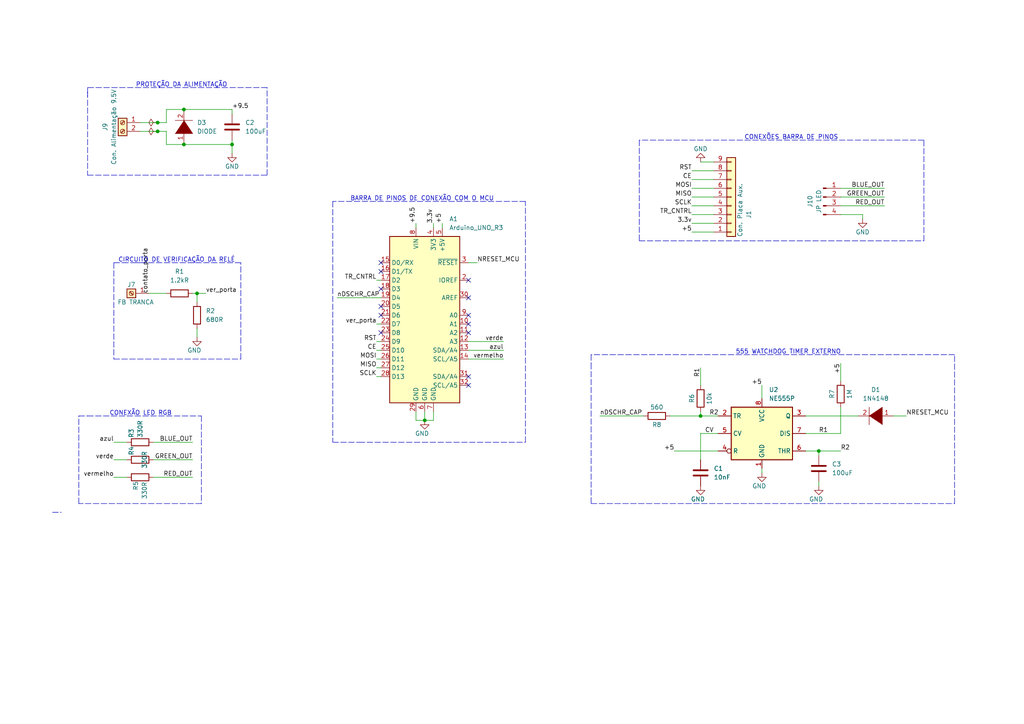
<source format=kicad_sch>
(kicad_sch (version 20211123) (generator eeschema)

  (uuid 9538e4ed-27e6-4c37-b989-9859dc0d49e8)

  (paper "A4")

  (title_block
    (title "Hardware Controle de Acesso")
    (date "2023-01-04")
    (rev "v2")
    (company "LASPI - Laboratório de Aplicações Tecnológicas para o Setor Produtiro Industrial")
    (comment 1 "Feito por: Leandro A. e Gabriel G.")
  )

  (lib_symbols
    (symbol "Connector:Conn_01x04_Male" (pin_names (offset 1.016) hide) (in_bom yes) (on_board yes)
      (property "Reference" "J" (id 0) (at 0 5.08 0)
        (effects (font (size 1.27 1.27)))
      )
      (property "Value" "Conn_01x04_Male" (id 1) (at 0 -7.62 0)
        (effects (font (size 1.27 1.27)))
      )
      (property "Footprint" "" (id 2) (at 0 0 0)
        (effects (font (size 1.27 1.27)) hide)
      )
      (property "Datasheet" "~" (id 3) (at 0 0 0)
        (effects (font (size 1.27 1.27)) hide)
      )
      (property "ki_keywords" "connector" (id 4) (at 0 0 0)
        (effects (font (size 1.27 1.27)) hide)
      )
      (property "ki_description" "Generic connector, single row, 01x04, script generated (kicad-library-utils/schlib/autogen/connector/)" (id 5) (at 0 0 0)
        (effects (font (size 1.27 1.27)) hide)
      )
      (property "ki_fp_filters" "Connector*:*_1x??_*" (id 6) (at 0 0 0)
        (effects (font (size 1.27 1.27)) hide)
      )
      (symbol "Conn_01x04_Male_1_1"
        (polyline
          (pts
            (xy 1.27 -5.08)
            (xy 0.8636 -5.08)
          )
          (stroke (width 0.1524) (type default) (color 0 0 0 0))
          (fill (type none))
        )
        (polyline
          (pts
            (xy 1.27 -2.54)
            (xy 0.8636 -2.54)
          )
          (stroke (width 0.1524) (type default) (color 0 0 0 0))
          (fill (type none))
        )
        (polyline
          (pts
            (xy 1.27 0)
            (xy 0.8636 0)
          )
          (stroke (width 0.1524) (type default) (color 0 0 0 0))
          (fill (type none))
        )
        (polyline
          (pts
            (xy 1.27 2.54)
            (xy 0.8636 2.54)
          )
          (stroke (width 0.1524) (type default) (color 0 0 0 0))
          (fill (type none))
        )
        (rectangle (start 0.8636 -4.953) (end 0 -5.207)
          (stroke (width 0.1524) (type default) (color 0 0 0 0))
          (fill (type outline))
        )
        (rectangle (start 0.8636 -2.413) (end 0 -2.667)
          (stroke (width 0.1524) (type default) (color 0 0 0 0))
          (fill (type outline))
        )
        (rectangle (start 0.8636 0.127) (end 0 -0.127)
          (stroke (width 0.1524) (type default) (color 0 0 0 0))
          (fill (type outline))
        )
        (rectangle (start 0.8636 2.667) (end 0 2.413)
          (stroke (width 0.1524) (type default) (color 0 0 0 0))
          (fill (type outline))
        )
        (pin passive line (at 5.08 2.54 180) (length 3.81)
          (name "Pin_1" (effects (font (size 1.27 1.27))))
          (number "1" (effects (font (size 1.27 1.27))))
        )
        (pin passive line (at 5.08 0 180) (length 3.81)
          (name "Pin_2" (effects (font (size 1.27 1.27))))
          (number "2" (effects (font (size 1.27 1.27))))
        )
        (pin passive line (at 5.08 -2.54 180) (length 3.81)
          (name "Pin_3" (effects (font (size 1.27 1.27))))
          (number "3" (effects (font (size 1.27 1.27))))
        )
        (pin passive line (at 5.08 -5.08 180) (length 3.81)
          (name "Pin_4" (effects (font (size 1.27 1.27))))
          (number "4" (effects (font (size 1.27 1.27))))
        )
      )
    )
    (symbol "Connector:Screw_Terminal_01x01" (pin_names (offset 1.016) hide) (in_bom yes) (on_board yes)
      (property "Reference" "J" (id 0) (at 0 2.54 0)
        (effects (font (size 1.27 1.27)))
      )
      (property "Value" "Screw_Terminal_01x01" (id 1) (at 0 -2.54 0)
        (effects (font (size 1.27 1.27)))
      )
      (property "Footprint" "" (id 2) (at 0 0 0)
        (effects (font (size 1.27 1.27)) hide)
      )
      (property "Datasheet" "~" (id 3) (at 0 0 0)
        (effects (font (size 1.27 1.27)) hide)
      )
      (property "ki_keywords" "screw terminal" (id 4) (at 0 0 0)
        (effects (font (size 1.27 1.27)) hide)
      )
      (property "ki_description" "Generic screw terminal, single row, 01x01, script generated (kicad-library-utils/schlib/autogen/connector/)" (id 5) (at 0 0 0)
        (effects (font (size 1.27 1.27)) hide)
      )
      (property "ki_fp_filters" "TerminalBlock*:*" (id 6) (at 0 0 0)
        (effects (font (size 1.27 1.27)) hide)
      )
      (symbol "Screw_Terminal_01x01_1_1"
        (rectangle (start -1.27 1.27) (end 1.27 -1.27)
          (stroke (width 0.254) (type default) (color 0 0 0 0))
          (fill (type background))
        )
        (polyline
          (pts
            (xy -0.5334 0.3302)
            (xy 0.3302 -0.508)
          )
          (stroke (width 0.1524) (type default) (color 0 0 0 0))
          (fill (type none))
        )
        (polyline
          (pts
            (xy -0.3556 0.508)
            (xy 0.508 -0.3302)
          )
          (stroke (width 0.1524) (type default) (color 0 0 0 0))
          (fill (type none))
        )
        (circle (center 0 0) (radius 0.635)
          (stroke (width 0.1524) (type default) (color 0 0 0 0))
          (fill (type none))
        )
        (pin passive line (at -5.08 0 0) (length 3.81)
          (name "Pin_1" (effects (font (size 1.27 1.27))))
          (number "1" (effects (font (size 1.27 1.27))))
        )
      )
    )
    (symbol "Connector:Screw_Terminal_01x02" (pin_names (offset 1.016) hide) (in_bom yes) (on_board yes)
      (property "Reference" "J" (id 0) (at 0 2.54 0)
        (effects (font (size 1.27 1.27)))
      )
      (property "Value" "Screw_Terminal_01x02" (id 1) (at 0 -5.08 0)
        (effects (font (size 1.27 1.27)))
      )
      (property "Footprint" "" (id 2) (at 0 0 0)
        (effects (font (size 1.27 1.27)) hide)
      )
      (property "Datasheet" "~" (id 3) (at 0 0 0)
        (effects (font (size 1.27 1.27)) hide)
      )
      (property "ki_keywords" "screw terminal" (id 4) (at 0 0 0)
        (effects (font (size 1.27 1.27)) hide)
      )
      (property "ki_description" "Generic screw terminal, single row, 01x02, script generated (kicad-library-utils/schlib/autogen/connector/)" (id 5) (at 0 0 0)
        (effects (font (size 1.27 1.27)) hide)
      )
      (property "ki_fp_filters" "TerminalBlock*:*" (id 6) (at 0 0 0)
        (effects (font (size 1.27 1.27)) hide)
      )
      (symbol "Screw_Terminal_01x02_1_1"
        (rectangle (start -1.27 1.27) (end 1.27 -3.81)
          (stroke (width 0.254) (type default) (color 0 0 0 0))
          (fill (type background))
        )
        (circle (center 0 -2.54) (radius 0.635)
          (stroke (width 0.1524) (type default) (color 0 0 0 0))
          (fill (type none))
        )
        (polyline
          (pts
            (xy -0.5334 -2.2098)
            (xy 0.3302 -3.048)
          )
          (stroke (width 0.1524) (type default) (color 0 0 0 0))
          (fill (type none))
        )
        (polyline
          (pts
            (xy -0.5334 0.3302)
            (xy 0.3302 -0.508)
          )
          (stroke (width 0.1524) (type default) (color 0 0 0 0))
          (fill (type none))
        )
        (polyline
          (pts
            (xy -0.3556 -2.032)
            (xy 0.508 -2.8702)
          )
          (stroke (width 0.1524) (type default) (color 0 0 0 0))
          (fill (type none))
        )
        (polyline
          (pts
            (xy -0.3556 0.508)
            (xy 0.508 -0.3302)
          )
          (stroke (width 0.1524) (type default) (color 0 0 0 0))
          (fill (type none))
        )
        (circle (center 0 0) (radius 0.635)
          (stroke (width 0.1524) (type default) (color 0 0 0 0))
          (fill (type none))
        )
        (pin passive line (at -5.08 0 0) (length 3.81)
          (name "Pin_1" (effects (font (size 1.27 1.27))))
          (number "1" (effects (font (size 1.27 1.27))))
        )
        (pin passive line (at -5.08 -2.54 0) (length 3.81)
          (name "Pin_2" (effects (font (size 1.27 1.27))))
          (number "2" (effects (font (size 1.27 1.27))))
        )
      )
    )
    (symbol "Connector_Generic:Conn_01x09" (pin_names (offset 1.016) hide) (in_bom yes) (on_board yes)
      (property "Reference" "J" (id 0) (at 0 12.7 0)
        (effects (font (size 1.27 1.27)))
      )
      (property "Value" "Conn_01x09" (id 1) (at 0 -12.7 0)
        (effects (font (size 1.27 1.27)))
      )
      (property "Footprint" "" (id 2) (at 0 0 0)
        (effects (font (size 1.27 1.27)) hide)
      )
      (property "Datasheet" "~" (id 3) (at 0 0 0)
        (effects (font (size 1.27 1.27)) hide)
      )
      (property "ki_keywords" "connector" (id 4) (at 0 0 0)
        (effects (font (size 1.27 1.27)) hide)
      )
      (property "ki_description" "Generic connector, single row, 01x09, script generated (kicad-library-utils/schlib/autogen/connector/)" (id 5) (at 0 0 0)
        (effects (font (size 1.27 1.27)) hide)
      )
      (property "ki_fp_filters" "Connector*:*_1x??_*" (id 6) (at 0 0 0)
        (effects (font (size 1.27 1.27)) hide)
      )
      (symbol "Conn_01x09_1_1"
        (rectangle (start -1.27 -10.033) (end 0 -10.287)
          (stroke (width 0.1524) (type default) (color 0 0 0 0))
          (fill (type none))
        )
        (rectangle (start -1.27 -7.493) (end 0 -7.747)
          (stroke (width 0.1524) (type default) (color 0 0 0 0))
          (fill (type none))
        )
        (rectangle (start -1.27 -4.953) (end 0 -5.207)
          (stroke (width 0.1524) (type default) (color 0 0 0 0))
          (fill (type none))
        )
        (rectangle (start -1.27 -2.413) (end 0 -2.667)
          (stroke (width 0.1524) (type default) (color 0 0 0 0))
          (fill (type none))
        )
        (rectangle (start -1.27 0.127) (end 0 -0.127)
          (stroke (width 0.1524) (type default) (color 0 0 0 0))
          (fill (type none))
        )
        (rectangle (start -1.27 2.667) (end 0 2.413)
          (stroke (width 0.1524) (type default) (color 0 0 0 0))
          (fill (type none))
        )
        (rectangle (start -1.27 5.207) (end 0 4.953)
          (stroke (width 0.1524) (type default) (color 0 0 0 0))
          (fill (type none))
        )
        (rectangle (start -1.27 7.747) (end 0 7.493)
          (stroke (width 0.1524) (type default) (color 0 0 0 0))
          (fill (type none))
        )
        (rectangle (start -1.27 10.287) (end 0 10.033)
          (stroke (width 0.1524) (type default) (color 0 0 0 0))
          (fill (type none))
        )
        (rectangle (start -1.27 11.43) (end 1.27 -11.43)
          (stroke (width 0.254) (type default) (color 0 0 0 0))
          (fill (type background))
        )
        (pin passive line (at -5.08 10.16 0) (length 3.81)
          (name "Pin_1" (effects (font (size 1.27 1.27))))
          (number "1" (effects (font (size 1.27 1.27))))
        )
        (pin passive line (at -5.08 7.62 0) (length 3.81)
          (name "Pin_2" (effects (font (size 1.27 1.27))))
          (number "2" (effects (font (size 1.27 1.27))))
        )
        (pin passive line (at -5.08 5.08 0) (length 3.81)
          (name "Pin_3" (effects (font (size 1.27 1.27))))
          (number "3" (effects (font (size 1.27 1.27))))
        )
        (pin passive line (at -5.08 2.54 0) (length 3.81)
          (name "Pin_4" (effects (font (size 1.27 1.27))))
          (number "4" (effects (font (size 1.27 1.27))))
        )
        (pin passive line (at -5.08 0 0) (length 3.81)
          (name "Pin_5" (effects (font (size 1.27 1.27))))
          (number "5" (effects (font (size 1.27 1.27))))
        )
        (pin passive line (at -5.08 -2.54 0) (length 3.81)
          (name "Pin_6" (effects (font (size 1.27 1.27))))
          (number "6" (effects (font (size 1.27 1.27))))
        )
        (pin passive line (at -5.08 -5.08 0) (length 3.81)
          (name "Pin_7" (effects (font (size 1.27 1.27))))
          (number "7" (effects (font (size 1.27 1.27))))
        )
        (pin passive line (at -5.08 -7.62 0) (length 3.81)
          (name "Pin_8" (effects (font (size 1.27 1.27))))
          (number "8" (effects (font (size 1.27 1.27))))
        )
        (pin passive line (at -5.08 -10.16 0) (length 3.81)
          (name "Pin_9" (effects (font (size 1.27 1.27))))
          (number "9" (effects (font (size 1.27 1.27))))
        )
      )
    )
    (symbol "DIODE_1" (pin_names (offset 1.016) hide) (in_bom yes) (on_board yes)
      (property "Reference" "D1" (id 0) (at 0 -7.62 0)
        (effects (font (size 1.27 1.27)))
      )
      (property "Value" "1N4148" (id 1) (at 0 -5.08 0)
        (effects (font (size 1.27 1.27)))
      )
      (property "Footprint" "Diode_THT:D_DO-41_SOD81_P7.62mm_Horizontal" (id 2) (at 0 0 0)
        (effects (font (size 1.27 1.27)) hide)
      )
      (property "Datasheet" "~" (id 3) (at 0 0 0)
        (effects (font (size 1.27 1.27)) hide)
      )
      (property "ki_keywords" "simulation" (id 4) (at 0 0 0)
        (effects (font (size 1.27 1.27)) hide)
      )
      (property "ki_description" "Diode symbol for simulation only. Pin order incompatible with official kicad footprints" (id 5) (at 0 0 0)
        (effects (font (size 1.27 1.27)) hide)
      )
      (symbol "DIODE_1_0_1"
        (polyline
          (pts
            (xy 1.905 2.54)
            (xy 1.905 -2.54)
          )
          (stroke (width 0) (type default) (color 0 0 0 0))
          (fill (type none))
        )
        (polyline
          (pts
            (xy -1.905 2.54)
            (xy -1.905 -2.54)
            (xy 1.905 0)
          )
          (stroke (width 0) (type default) (color 0 0 0 0))
          (fill (type outline))
        )
      )
      (symbol "DIODE_1_1_1"
        (pin input line (at -5.08 0 0) (length 3.81)
          (name "K" (effects (font (size 1.27 1.27))))
          (number "1" (effects (font (size 1.27 1.27))))
        )
        (pin input line (at 5.08 0 180) (length 3.81)
          (name "A" (effects (font (size 1.27 1.27))))
          (number "2" (effects (font (size 1.27 1.27))))
        )
      )
    )
    (symbol "Device:C" (pin_numbers hide) (pin_names (offset 0.254)) (in_bom yes) (on_board yes)
      (property "Reference" "C" (id 0) (at 0.635 2.54 0)
        (effects (font (size 1.27 1.27)) (justify left))
      )
      (property "Value" "C" (id 1) (at 0.635 -2.54 0)
        (effects (font (size 1.27 1.27)) (justify left))
      )
      (property "Footprint" "" (id 2) (at 0.9652 -3.81 0)
        (effects (font (size 1.27 1.27)) hide)
      )
      (property "Datasheet" "~" (id 3) (at 0 0 0)
        (effects (font (size 1.27 1.27)) hide)
      )
      (property "ki_keywords" "cap capacitor" (id 4) (at 0 0 0)
        (effects (font (size 1.27 1.27)) hide)
      )
      (property "ki_description" "Unpolarized capacitor" (id 5) (at 0 0 0)
        (effects (font (size 1.27 1.27)) hide)
      )
      (property "ki_fp_filters" "C_*" (id 6) (at 0 0 0)
        (effects (font (size 1.27 1.27)) hide)
      )
      (symbol "C_0_1"
        (polyline
          (pts
            (xy -2.032 -0.762)
            (xy 2.032 -0.762)
          )
          (stroke (width 0.508) (type default) (color 0 0 0 0))
          (fill (type none))
        )
        (polyline
          (pts
            (xy -2.032 0.762)
            (xy 2.032 0.762)
          )
          (stroke (width 0.508) (type default) (color 0 0 0 0))
          (fill (type none))
        )
      )
      (symbol "C_1_1"
        (pin passive line (at 0 3.81 270) (length 2.794)
          (name "~" (effects (font (size 1.27 1.27))))
          (number "1" (effects (font (size 1.27 1.27))))
        )
        (pin passive line (at 0 -3.81 90) (length 2.794)
          (name "~" (effects (font (size 1.27 1.27))))
          (number "2" (effects (font (size 1.27 1.27))))
        )
      )
    )
    (symbol "Device:R" (pin_numbers hide) (pin_names (offset 0)) (in_bom yes) (on_board yes)
      (property "Reference" "R" (id 0) (at 2.032 0 90)
        (effects (font (size 1.27 1.27)))
      )
      (property "Value" "R" (id 1) (at 0 0 90)
        (effects (font (size 1.27 1.27)))
      )
      (property "Footprint" "" (id 2) (at -1.778 0 90)
        (effects (font (size 1.27 1.27)) hide)
      )
      (property "Datasheet" "~" (id 3) (at 0 0 0)
        (effects (font (size 1.27 1.27)) hide)
      )
      (property "ki_keywords" "R res resistor" (id 4) (at 0 0 0)
        (effects (font (size 1.27 1.27)) hide)
      )
      (property "ki_description" "Resistor" (id 5) (at 0 0 0)
        (effects (font (size 1.27 1.27)) hide)
      )
      (property "ki_fp_filters" "R_*" (id 6) (at 0 0 0)
        (effects (font (size 1.27 1.27)) hide)
      )
      (symbol "R_0_1"
        (rectangle (start -1.016 -2.54) (end 1.016 2.54)
          (stroke (width 0.254) (type default) (color 0 0 0 0))
          (fill (type none))
        )
      )
      (symbol "R_1_1"
        (pin passive line (at 0 3.81 270) (length 1.27)
          (name "~" (effects (font (size 1.27 1.27))))
          (number "1" (effects (font (size 1.27 1.27))))
        )
        (pin passive line (at 0 -3.81 90) (length 1.27)
          (name "~" (effects (font (size 1.27 1.27))))
          (number "2" (effects (font (size 1.27 1.27))))
        )
      )
    )
    (symbol "MCU_Module:Arduino_UNO_R3" (in_bom yes) (on_board yes)
      (property "Reference" "A" (id 0) (at -10.16 23.495 0)
        (effects (font (size 1.27 1.27)) (justify left bottom))
      )
      (property "Value" "Arduino_UNO_R3" (id 1) (at 5.08 -26.67 0)
        (effects (font (size 1.27 1.27)) (justify left top))
      )
      (property "Footprint" "Module:Arduino_UNO_R3" (id 2) (at 0 0 0)
        (effects (font (size 1.27 1.27) italic) hide)
      )
      (property "Datasheet" "https://www.arduino.cc/en/Main/arduinoBoardUno" (id 3) (at 0 0 0)
        (effects (font (size 1.27 1.27)) hide)
      )
      (property "ki_keywords" "Arduino UNO R3 Microcontroller Module Atmel AVR USB" (id 4) (at 0 0 0)
        (effects (font (size 1.27 1.27)) hide)
      )
      (property "ki_description" "Arduino UNO Microcontroller Module, release 3" (id 5) (at 0 0 0)
        (effects (font (size 1.27 1.27)) hide)
      )
      (property "ki_fp_filters" "Arduino*UNO*R3*" (id 6) (at 0 0 0)
        (effects (font (size 1.27 1.27)) hide)
      )
      (symbol "Arduino_UNO_R3_0_1"
        (rectangle (start -10.16 22.86) (end 10.16 -25.4)
          (stroke (width 0.254) (type default) (color 0 0 0 0))
          (fill (type background))
        )
      )
      (symbol "Arduino_UNO_R3_1_1"
        (pin no_connect line (at -10.16 -20.32 0) (length 2.54) hide
          (name "NC" (effects (font (size 1.27 1.27))))
          (number "1" (effects (font (size 1.27 1.27))))
        )
        (pin bidirectional line (at 12.7 -2.54 180) (length 2.54)
          (name "A1" (effects (font (size 1.27 1.27))))
          (number "10" (effects (font (size 1.27 1.27))))
        )
        (pin bidirectional line (at 12.7 -5.08 180) (length 2.54)
          (name "A2" (effects (font (size 1.27 1.27))))
          (number "11" (effects (font (size 1.27 1.27))))
        )
        (pin bidirectional line (at 12.7 -7.62 180) (length 2.54)
          (name "A3" (effects (font (size 1.27 1.27))))
          (number "12" (effects (font (size 1.27 1.27))))
        )
        (pin bidirectional line (at 12.7 -10.16 180) (length 2.54)
          (name "SDA/A4" (effects (font (size 1.27 1.27))))
          (number "13" (effects (font (size 1.27 1.27))))
        )
        (pin bidirectional line (at 12.7 -12.7 180) (length 2.54)
          (name "SCL/A5" (effects (font (size 1.27 1.27))))
          (number "14" (effects (font (size 1.27 1.27))))
        )
        (pin bidirectional line (at -12.7 15.24 0) (length 2.54)
          (name "D0/RX" (effects (font (size 1.27 1.27))))
          (number "15" (effects (font (size 1.27 1.27))))
        )
        (pin bidirectional line (at -12.7 12.7 0) (length 2.54)
          (name "D1/TX" (effects (font (size 1.27 1.27))))
          (number "16" (effects (font (size 1.27 1.27))))
        )
        (pin bidirectional line (at -12.7 10.16 0) (length 2.54)
          (name "D2" (effects (font (size 1.27 1.27))))
          (number "17" (effects (font (size 1.27 1.27))))
        )
        (pin bidirectional line (at -12.7 7.62 0) (length 2.54)
          (name "D3" (effects (font (size 1.27 1.27))))
          (number "18" (effects (font (size 1.27 1.27))))
        )
        (pin bidirectional line (at -12.7 5.08 0) (length 2.54)
          (name "D4" (effects (font (size 1.27 1.27))))
          (number "19" (effects (font (size 1.27 1.27))))
        )
        (pin output line (at 12.7 10.16 180) (length 2.54)
          (name "IOREF" (effects (font (size 1.27 1.27))))
          (number "2" (effects (font (size 1.27 1.27))))
        )
        (pin bidirectional line (at -12.7 2.54 0) (length 2.54)
          (name "D5" (effects (font (size 1.27 1.27))))
          (number "20" (effects (font (size 1.27 1.27))))
        )
        (pin bidirectional line (at -12.7 0 0) (length 2.54)
          (name "D6" (effects (font (size 1.27 1.27))))
          (number "21" (effects (font (size 1.27 1.27))))
        )
        (pin bidirectional line (at -12.7 -2.54 0) (length 2.54)
          (name "D7" (effects (font (size 1.27 1.27))))
          (number "22" (effects (font (size 1.27 1.27))))
        )
        (pin bidirectional line (at -12.7 -5.08 0) (length 2.54)
          (name "D8" (effects (font (size 1.27 1.27))))
          (number "23" (effects (font (size 1.27 1.27))))
        )
        (pin bidirectional line (at -12.7 -7.62 0) (length 2.54)
          (name "D9" (effects (font (size 1.27 1.27))))
          (number "24" (effects (font (size 1.27 1.27))))
        )
        (pin bidirectional line (at -12.7 -10.16 0) (length 2.54)
          (name "D10" (effects (font (size 1.27 1.27))))
          (number "25" (effects (font (size 1.27 1.27))))
        )
        (pin bidirectional line (at -12.7 -12.7 0) (length 2.54)
          (name "D11" (effects (font (size 1.27 1.27))))
          (number "26" (effects (font (size 1.27 1.27))))
        )
        (pin bidirectional line (at -12.7 -15.24 0) (length 2.54)
          (name "D12" (effects (font (size 1.27 1.27))))
          (number "27" (effects (font (size 1.27 1.27))))
        )
        (pin bidirectional line (at -12.7 -17.78 0) (length 2.54)
          (name "D13" (effects (font (size 1.27 1.27))))
          (number "28" (effects (font (size 1.27 1.27))))
        )
        (pin power_in line (at -2.54 -27.94 90) (length 2.54)
          (name "GND" (effects (font (size 1.27 1.27))))
          (number "29" (effects (font (size 1.27 1.27))))
        )
        (pin input line (at 12.7 15.24 180) (length 2.54)
          (name "~{RESET}" (effects (font (size 1.27 1.27))))
          (number "3" (effects (font (size 1.27 1.27))))
        )
        (pin input line (at 12.7 5.08 180) (length 2.54)
          (name "AREF" (effects (font (size 1.27 1.27))))
          (number "30" (effects (font (size 1.27 1.27))))
        )
        (pin bidirectional line (at 12.7 -17.78 180) (length 2.54)
          (name "SDA/A4" (effects (font (size 1.27 1.27))))
          (number "31" (effects (font (size 1.27 1.27))))
        )
        (pin bidirectional line (at 12.7 -20.32 180) (length 2.54)
          (name "SCL/A5" (effects (font (size 1.27 1.27))))
          (number "32" (effects (font (size 1.27 1.27))))
        )
        (pin power_out line (at 2.54 25.4 270) (length 2.54)
          (name "3V3" (effects (font (size 1.27 1.27))))
          (number "4" (effects (font (size 1.27 1.27))))
        )
        (pin power_out line (at 5.08 25.4 270) (length 2.54)
          (name "+5V" (effects (font (size 1.27 1.27))))
          (number "5" (effects (font (size 1.27 1.27))))
        )
        (pin power_in line (at 0 -27.94 90) (length 2.54)
          (name "GND" (effects (font (size 1.27 1.27))))
          (number "6" (effects (font (size 1.27 1.27))))
        )
        (pin power_in line (at 2.54 -27.94 90) (length 2.54)
          (name "GND" (effects (font (size 1.27 1.27))))
          (number "7" (effects (font (size 1.27 1.27))))
        )
        (pin power_in line (at -2.54 25.4 270) (length 2.54)
          (name "VIN" (effects (font (size 1.27 1.27))))
          (number "8" (effects (font (size 1.27 1.27))))
        )
        (pin bidirectional line (at 12.7 0 180) (length 2.54)
          (name "A0" (effects (font (size 1.27 1.27))))
          (number "9" (effects (font (size 1.27 1.27))))
        )
      )
    )
    (symbol "Timer:NE555P" (in_bom yes) (on_board yes)
      (property "Reference" "U" (id 0) (at -10.16 8.89 0)
        (effects (font (size 1.27 1.27)) (justify left))
      )
      (property "Value" "NE555P" (id 1) (at 2.54 8.89 0)
        (effects (font (size 1.27 1.27)) (justify left))
      )
      (property "Footprint" "Package_DIP:DIP-8_W7.62mm" (id 2) (at 16.51 -10.16 0)
        (effects (font (size 1.27 1.27)) hide)
      )
      (property "Datasheet" "http://www.ti.com/lit/ds/symlink/ne555.pdf" (id 3) (at 21.59 -10.16 0)
        (effects (font (size 1.27 1.27)) hide)
      )
      (property "ki_keywords" "single timer 555" (id 4) (at 0 0 0)
        (effects (font (size 1.27 1.27)) hide)
      )
      (property "ki_description" "Precision Timers, 555 compatible,  PDIP-8" (id 5) (at 0 0 0)
        (effects (font (size 1.27 1.27)) hide)
      )
      (property "ki_fp_filters" "DIP*W7.62mm*" (id 6) (at 0 0 0)
        (effects (font (size 1.27 1.27)) hide)
      )
      (symbol "NE555P_0_0"
        (pin power_in line (at 0 -10.16 90) (length 2.54)
          (name "GND" (effects (font (size 1.27 1.27))))
          (number "1" (effects (font (size 1.27 1.27))))
        )
        (pin power_in line (at 0 10.16 270) (length 2.54)
          (name "VCC" (effects (font (size 1.27 1.27))))
          (number "8" (effects (font (size 1.27 1.27))))
        )
      )
      (symbol "NE555P_0_1"
        (rectangle (start -8.89 -7.62) (end 8.89 7.62)
          (stroke (width 0.254) (type default) (color 0 0 0 0))
          (fill (type background))
        )
        (rectangle (start -8.89 -7.62) (end 8.89 7.62)
          (stroke (width 0.254) (type default) (color 0 0 0 0))
          (fill (type background))
        )
      )
      (symbol "NE555P_1_1"
        (pin input line (at -12.7 5.08 0) (length 3.81)
          (name "TR" (effects (font (size 1.27 1.27))))
          (number "2" (effects (font (size 1.27 1.27))))
        )
        (pin output line (at 12.7 5.08 180) (length 3.81)
          (name "Q" (effects (font (size 1.27 1.27))))
          (number "3" (effects (font (size 1.27 1.27))))
        )
        (pin input inverted (at -12.7 -5.08 0) (length 3.81)
          (name "R" (effects (font (size 1.27 1.27))))
          (number "4" (effects (font (size 1.27 1.27))))
        )
        (pin input line (at -12.7 0 0) (length 3.81)
          (name "CV" (effects (font (size 1.27 1.27))))
          (number "5" (effects (font (size 1.27 1.27))))
        )
        (pin input line (at 12.7 -5.08 180) (length 3.81)
          (name "THR" (effects (font (size 1.27 1.27))))
          (number "6" (effects (font (size 1.27 1.27))))
        )
        (pin input line (at 12.7 0 180) (length 3.81)
          (name "DIS" (effects (font (size 1.27 1.27))))
          (number "7" (effects (font (size 1.27 1.27))))
        )
      )
    )
    (symbol "power:GND" (power) (pin_names (offset 0)) (in_bom yes) (on_board yes)
      (property "Reference" "#PWR" (id 0) (at 0 -6.35 0)
        (effects (font (size 1.27 1.27)) hide)
      )
      (property "Value" "GND" (id 1) (at 0 -3.81 0)
        (effects (font (size 1.27 1.27)))
      )
      (property "Footprint" "" (id 2) (at 0 0 0)
        (effects (font (size 1.27 1.27)) hide)
      )
      (property "Datasheet" "" (id 3) (at 0 0 0)
        (effects (font (size 1.27 1.27)) hide)
      )
      (property "ki_keywords" "power-flag" (id 4) (at 0 0 0)
        (effects (font (size 1.27 1.27)) hide)
      )
      (property "ki_description" "Power symbol creates a global label with name \"GND\" , ground" (id 5) (at 0 0 0)
        (effects (font (size 1.27 1.27)) hide)
      )
      (symbol "GND_0_1"
        (polyline
          (pts
            (xy 0 0)
            (xy 0 -1.27)
            (xy 1.27 -1.27)
            (xy 0 -2.54)
            (xy -1.27 -1.27)
            (xy 0 -1.27)
          )
          (stroke (width 0) (type default) (color 0 0 0 0))
          (fill (type none))
        )
      )
      (symbol "GND_1_1"
        (pin power_in line (at 0 0 270) (length 0) hide
          (name "GND" (effects (font (size 1.27 1.27))))
          (number "1" (effects (font (size 1.27 1.27))))
        )
      )
    )
    (symbol "power:PWR_FLAG" (power) (pin_numbers hide) (pin_names (offset 0) hide) (in_bom yes) (on_board yes)
      (property "Reference" "#FLG" (id 0) (at 0 1.905 0)
        (effects (font (size 1.27 1.27)) hide)
      )
      (property "Value" "PWR_FLAG" (id 1) (at 0 3.81 0)
        (effects (font (size 1.27 1.27)))
      )
      (property "Footprint" "" (id 2) (at 0 0 0)
        (effects (font (size 1.27 1.27)) hide)
      )
      (property "Datasheet" "~" (id 3) (at 0 0 0)
        (effects (font (size 1.27 1.27)) hide)
      )
      (property "ki_keywords" "power-flag" (id 4) (at 0 0 0)
        (effects (font (size 1.27 1.27)) hide)
      )
      (property "ki_description" "Special symbol for telling ERC where power comes from" (id 5) (at 0 0 0)
        (effects (font (size 1.27 1.27)) hide)
      )
      (symbol "PWR_FLAG_0_0"
        (pin power_out line (at 0 0 90) (length 0)
          (name "pwr" (effects (font (size 1.27 1.27))))
          (number "1" (effects (font (size 1.27 1.27))))
        )
      )
      (symbol "PWR_FLAG_0_1"
        (polyline
          (pts
            (xy 0 0)
            (xy 0 1.27)
            (xy -1.016 1.905)
            (xy 0 2.54)
            (xy 1.016 1.905)
            (xy 0 1.27)
          )
          (stroke (width 0) (type default) (color 0 0 0 0))
          (fill (type none))
        )
      )
    )
    (symbol "pspice:DIODE" (pin_names (offset 1.016) hide) (in_bom yes) (on_board yes)
      (property "Reference" "D" (id 0) (at 0 3.81 0)
        (effects (font (size 1.27 1.27)))
      )
      (property "Value" "DIODE" (id 1) (at 0 -4.445 0)
        (effects (font (size 1.27 1.27)))
      )
      (property "Footprint" "" (id 2) (at 0 0 0)
        (effects (font (size 1.27 1.27)) hide)
      )
      (property "Datasheet" "~" (id 3) (at 0 0 0)
        (effects (font (size 1.27 1.27)) hide)
      )
      (property "ki_keywords" "simulation" (id 4) (at 0 0 0)
        (effects (font (size 1.27 1.27)) hide)
      )
      (property "ki_description" "Diode symbol for simulation only. Pin order incompatible with official kicad footprints" (id 5) (at 0 0 0)
        (effects (font (size 1.27 1.27)) hide)
      )
      (symbol "DIODE_0_1"
        (polyline
          (pts
            (xy 1.905 2.54)
            (xy 1.905 -2.54)
          )
          (stroke (width 0) (type default) (color 0 0 0 0))
          (fill (type none))
        )
        (polyline
          (pts
            (xy -1.905 2.54)
            (xy -1.905 -2.54)
            (xy 1.905 0)
          )
          (stroke (width 0) (type default) (color 0 0 0 0))
          (fill (type outline))
        )
      )
      (symbol "DIODE_1_1"
        (pin input line (at -5.08 0 0) (length 3.81)
          (name "K" (effects (font (size 1.27 1.27))))
          (number "1" (effects (font (size 1.27 1.27))))
        )
        (pin input line (at 5.08 0 180) (length 3.81)
          (name "A" (effects (font (size 1.27 1.27))))
          (number "2" (effects (font (size 1.27 1.27))))
        )
      )
    )
  )

  (junction (at 57.15 85.09) (diameter 0) (color 0 0 0 0)
    (uuid 2bad55ce-f6df-40c9-aa93-5a4337d8aa5f)
  )
  (junction (at 45.72 35.56) (diameter 0) (color 0 0 0 0)
    (uuid 2f299196-7b3c-4d98-85a6-afc704616005)
  )
  (junction (at 67.31 41.91) (diameter 0) (color 0 0 0 0)
    (uuid 4c6d1953-17e8-4e35-b3fc-f2506df34d40)
  )
  (junction (at 203.2 120.65) (diameter 0) (color 0 0 0 0)
    (uuid 4c819546-223f-488d-a387-de83758cdb49)
  )
  (junction (at 53.34 41.91) (diameter 0) (color 0 0 0 0)
    (uuid 834a96c5-d918-4441-874d-af94327debf4)
  )
  (junction (at 123.19 121.92) (diameter 0) (color 0 0 0 0)
    (uuid cc5c9b7e-f4b6-4390-bab8-50ea73211e1b)
  )
  (junction (at 237.49 130.81) (diameter 0) (color 0 0 0 0)
    (uuid db7f36c0-5716-40e1-a87b-719db7c9e73f)
  )
  (junction (at 45.72 38.1) (diameter 0) (color 0 0 0 0)
    (uuid e79ec8e9-c689-46da-8703-fc429529e4d7)
  )
  (junction (at 53.34 31.75) (diameter 0) (color 0 0 0 0)
    (uuid fce4ef43-0b69-4c29-b89a-1f09c70b3302)
  )

  (no_connect (at 110.49 78.74) (uuid 20e477b2-92be-429f-be1f-8ba2cb81d188))
  (no_connect (at 110.49 83.82) (uuid 59ec97bb-db6d-40fa-9cc8-4b5e0ac7a37f))
  (no_connect (at 110.49 91.44) (uuid 59ec97bb-db6d-40fa-9cc8-4b5e0ac7a381))
  (no_connect (at 110.49 96.52) (uuid 59ec97bb-db6d-40fa-9cc8-4b5e0ac7a382))
  (no_connect (at 135.89 91.44) (uuid 750bc7db-734f-4c76-8736-6a95099e77fa))
  (no_connect (at 135.89 96.52) (uuid 750bc7db-734f-4c76-8736-6a95099e77fb))
  (no_connect (at 135.89 93.98) (uuid 750bc7db-734f-4c76-8736-6a95099e77fc))
  (no_connect (at 135.89 81.28) (uuid 96fcb8fe-a536-462d-af5b-7a8afb9058c6))
  (no_connect (at 135.89 86.36) (uuid b213a93c-bb9a-472f-b744-a8a1b509e306))
  (no_connect (at 110.49 76.2) (uuid b5e6ed27-a291-49d2-9711-a4f8432dab55))
  (no_connect (at 135.89 111.76) (uuid b8b846f4-e6e0-41bb-8a08-3d7b4b524d73))
  (no_connect (at 135.89 109.22) (uuid d7082f69-91e3-482a-87c3-d3eb1ff9c77b))
  (no_connect (at 110.49 88.9) (uuid dbcf53b1-83ee-447c-a378-ad0237b9f7be))

  (wire (pts (xy 125.73 64.77) (xy 125.73 66.04))
    (stroke (width 0) (type default) (color 0 0 0 0))
    (uuid 01dbc292-39df-4cd8-8133-fca86a07b25e)
  )
  (polyline (pts (xy 33.02 104.14) (xy 69.85 104.14))
    (stroke (width 0) (type default) (color 0 0 0 0))
    (uuid 0466fba4-5676-49f6-a8e5-52c14b5b8647)
  )

  (wire (pts (xy 220.98 135.89) (xy 220.98 137.16))
    (stroke (width 0) (type default) (color 0 0 0 0))
    (uuid 04d790aa-757e-4f7c-b5fe-e1b04f62a091)
  )
  (wire (pts (xy 67.31 41.91) (xy 67.31 44.45))
    (stroke (width 0) (type default) (color 0 0 0 0))
    (uuid 08369c8c-4c2a-4813-98e8-eb40f6e63c95)
  )
  (wire (pts (xy 200.66 57.15) (xy 207.01 57.15))
    (stroke (width 0) (type default) (color 0 0 0 0))
    (uuid 08972927-e57c-4653-a7ee-480c807d91eb)
  )
  (polyline (pts (xy 33.02 76.2) (xy 35.56 76.2))
    (stroke (width 0) (type default) (color 0 0 0 0))
    (uuid 0c3a332a-ea60-4ee7-aa08-381b8dd6c353)
  )

  (wire (pts (xy 48.26 38.1) (xy 48.26 41.91))
    (stroke (width 0) (type default) (color 0 0 0 0))
    (uuid 1122616b-5ce8-4867-91c0-b8a53d0c51c2)
  )
  (wire (pts (xy 243.84 54.61) (xy 256.54 54.61))
    (stroke (width 0) (type default) (color 0 0 0 0))
    (uuid 12a99b3c-39dc-4a8c-b5d2-d5eba607e75a)
  )
  (wire (pts (xy 243.84 57.15) (xy 256.54 57.15))
    (stroke (width 0) (type default) (color 0 0 0 0))
    (uuid 13fb1fe5-282b-4d64-9edf-9d45b8756935)
  )
  (wire (pts (xy 43.18 85.09) (xy 48.26 85.09))
    (stroke (width 0) (type default) (color 0 0 0 0))
    (uuid 165cb428-53be-4b49-a96e-b46dbd278a78)
  )
  (wire (pts (xy 67.31 31.75) (xy 67.31 33.02))
    (stroke (width 0) (type default) (color 0 0 0 0))
    (uuid 1c8cdb2d-6285-444d-8ad7-5f85b49896f2)
  )
  (wire (pts (xy 120.65 121.92) (xy 123.19 121.92))
    (stroke (width 0) (type default) (color 0 0 0 0))
    (uuid 1d01a210-fbd7-4f68-b338-d56944a3757a)
  )
  (wire (pts (xy 57.15 85.09) (xy 55.88 85.09))
    (stroke (width 0) (type default) (color 0 0 0 0))
    (uuid 1dd3a96d-4ab9-4e82-ac61-28bd0309d819)
  )
  (wire (pts (xy 135.89 101.6) (xy 146.05 101.6))
    (stroke (width 0) (type default) (color 0 0 0 0))
    (uuid 24ca6683-92f3-49d8-a0a2-d36a55146ab7)
  )
  (polyline (pts (xy 96.52 128.27) (xy 104.14 128.27))
    (stroke (width 0) (type default) (color 0 0 0 0))
    (uuid 2ed3b2f9-1971-4500-8a63-596b79f370f8)
  )
  (polyline (pts (xy 152.4 58.42) (xy 96.52 58.42))
    (stroke (width 0) (type default) (color 0 0 0 0))
    (uuid 31c60f18-2f19-4411-9664-27ce8d9706bf)
  )

  (wire (pts (xy 48.26 31.75) (xy 53.34 31.75))
    (stroke (width 0) (type default) (color 0 0 0 0))
    (uuid 3b33922b-2136-4a4c-9621-2f5cbd4921d7)
  )
  (wire (pts (xy 109.22 81.28) (xy 110.49 81.28))
    (stroke (width 0) (type default) (color 0 0 0 0))
    (uuid 3b58d0a3-f4df-4262-a935-26c7dee6b05f)
  )
  (wire (pts (xy 123.19 119.38) (xy 123.19 121.92))
    (stroke (width 0) (type default) (color 0 0 0 0))
    (uuid 3bae8a29-61d8-4a20-94b4-b0189227b416)
  )
  (polyline (pts (xy 58.42 120.65) (xy 58.42 146.05))
    (stroke (width 0) (type default) (color 0 0 0 0))
    (uuid 3c09e3e8-53a6-4cff-aebb-2bb8caf5a31d)
  )

  (wire (pts (xy 109.22 104.14) (xy 110.49 104.14))
    (stroke (width 0) (type default) (color 0 0 0 0))
    (uuid 3c216a88-b4e4-4400-9240-6828e4e314d3)
  )
  (wire (pts (xy 53.34 31.75) (xy 67.31 31.75))
    (stroke (width 0) (type default) (color 0 0 0 0))
    (uuid 3dbff5ef-9878-480a-957e-3aa94a9e1352)
  )
  (wire (pts (xy 109.22 101.6) (xy 110.49 101.6))
    (stroke (width 0) (type default) (color 0 0 0 0))
    (uuid 3e3a2321-bd5b-4101-85ba-e5d5354af08f)
  )
  (polyline (pts (xy 69.85 104.14) (xy 69.85 76.2))
    (stroke (width 0) (type default) (color 0 0 0 0))
    (uuid 45b2cf1f-1d68-44c2-8a27-36d3c907fa47)
  )

  (wire (pts (xy 203.2 120.65) (xy 208.28 120.65))
    (stroke (width 0) (type default) (color 0 0 0 0))
    (uuid 4b18ce10-5cc4-4684-88ae-f34b1c293f53)
  )
  (wire (pts (xy 40.64 38.1) (xy 45.72 38.1))
    (stroke (width 0) (type default) (color 0 0 0 0))
    (uuid 4ddb20ed-275b-43d5-8429-b9f6d95b437f)
  )
  (wire (pts (xy 109.22 93.98) (xy 110.49 93.98))
    (stroke (width 0) (type default) (color 0 0 0 0))
    (uuid 4de9f8b0-4bc6-40bd-a04e-8eff3ea00307)
  )
  (wire (pts (xy 203.2 125.73) (xy 203.2 133.35))
    (stroke (width 0) (type default) (color 0 0 0 0))
    (uuid 4ece0c8f-f194-43e1-b9f2-2cd23864086e)
  )
  (wire (pts (xy 33.02 138.43) (xy 36.83 138.43))
    (stroke (width 0) (type default) (color 0 0 0 0))
    (uuid 4fed0e2e-3c29-4cd4-a5f5-3e05ebcab27c)
  )
  (wire (pts (xy 220.98 111.76) (xy 220.98 115.57))
    (stroke (width 0) (type default) (color 0 0 0 0))
    (uuid 507f0692-db9a-4d1f-ab2e-41e1d76efaa0)
  )
  (wire (pts (xy 33.02 133.35) (xy 36.83 133.35))
    (stroke (width 0) (type default) (color 0 0 0 0))
    (uuid 50b70c5f-ef95-41e2-88bb-66c6808d8179)
  )
  (wire (pts (xy 109.22 106.68) (xy 110.49 106.68))
    (stroke (width 0) (type default) (color 0 0 0 0))
    (uuid 514f086c-7089-4b2d-88aa-01af5bfa76bd)
  )
  (wire (pts (xy 53.34 41.91) (xy 67.31 41.91))
    (stroke (width 0) (type default) (color 0 0 0 0))
    (uuid 515ac0a6-8c19-4f56-821c-4580e8c4e7d1)
  )
  (wire (pts (xy 135.89 99.06) (xy 146.05 99.06))
    (stroke (width 0) (type default) (color 0 0 0 0))
    (uuid 525fe984-1b7a-45fe-942d-ab96ee34cdc3)
  )
  (polyline (pts (xy 58.42 146.05) (xy 22.86 146.05))
    (stroke (width 0) (type default) (color 0 0 0 0))
    (uuid 54fded7a-a45c-4dea-80da-60558539ba69)
  )

  (wire (pts (xy 203.2 46.99) (xy 207.01 46.99))
    (stroke (width 0) (type default) (color 0 0 0 0))
    (uuid 55125204-7da4-409e-9b6f-fee0fb7f7237)
  )
  (polyline (pts (xy 35.56 76.2) (xy 40.64 76.2))
    (stroke (width 0) (type default) (color 0 0 0 0))
    (uuid 57d26f24-c3c5-4d86-a011-76969574cc86)
  )

  (wire (pts (xy 120.65 119.38) (xy 120.65 121.92))
    (stroke (width 0) (type default) (color 0 0 0 0))
    (uuid 5999ad27-d397-4a21-af02-e4eb53f3d7c6)
  )
  (wire (pts (xy 233.68 125.73) (xy 243.84 125.73))
    (stroke (width 0) (type default) (color 0 0 0 0))
    (uuid 59f3d503-aba8-4c79-802e-2f0b85badcd1)
  )
  (wire (pts (xy 237.49 130.81) (xy 237.49 132.08))
    (stroke (width 0) (type default) (color 0 0 0 0))
    (uuid 5abb850f-7112-40d1-b85a-d05ac0d2ae9b)
  )
  (wire (pts (xy 44.45 133.35) (xy 55.88 133.35))
    (stroke (width 0) (type default) (color 0 0 0 0))
    (uuid 62259850-0140-444c-bf77-63865214b863)
  )
  (wire (pts (xy 237.49 130.81) (xy 243.84 130.81))
    (stroke (width 0) (type default) (color 0 0 0 0))
    (uuid 652f013d-3edb-4346-a63b-80edc1a0ad19)
  )
  (wire (pts (xy 123.19 121.92) (xy 125.73 121.92))
    (stroke (width 0) (type default) (color 0 0 0 0))
    (uuid 656f9ffc-2334-43ac-82c1-585c0fee5997)
  )
  (wire (pts (xy 48.26 41.91) (xy 53.34 41.91))
    (stroke (width 0) (type default) (color 0 0 0 0))
    (uuid 66ec4aba-8c6c-4d5d-9eb2-d2dd7c793bf4)
  )
  (wire (pts (xy 194.31 120.65) (xy 203.2 120.65))
    (stroke (width 0) (type default) (color 0 0 0 0))
    (uuid 67215671-24c6-4abf-936d-9c2314ab1add)
  )
  (wire (pts (xy 128.27 64.77) (xy 128.27 66.04))
    (stroke (width 0) (type default) (color 0 0 0 0))
    (uuid 678da94d-e376-4a8b-8b3d-8e6366c3ec90)
  )
  (wire (pts (xy 243.84 59.69) (xy 256.54 59.69))
    (stroke (width 0) (type default) (color 0 0 0 0))
    (uuid 68015616-9c7f-462a-9674-b27c63f81996)
  )
  (polyline (pts (xy 25.4 26.67) (xy 25.4 50.8))
    (stroke (width 0) (type default) (color 0 0 0 0))
    (uuid 692f82ef-3bb3-405b-b8bd-a1bb5ff32859)
  )
  (polyline (pts (xy 25.4 25.4) (xy 25.4 27.94))
    (stroke (width 0) (type default) (color 0 0 0 0))
    (uuid 6d453c5d-b71d-433a-9df6-bbd3a763726e)
  )
  (polyline (pts (xy 171.45 105.41) (xy 171.45 146.05))
    (stroke (width 0) (type default) (color 0 0 0 0))
    (uuid 6f2b9f7f-baeb-45a4-a9ce-7ce635aa28eb)
  )

  (wire (pts (xy 250.19 63.5) (xy 250.19 62.23))
    (stroke (width 0) (type default) (color 0 0 0 0))
    (uuid 76d95ce0-957b-4c42-99ca-39d70ff2f5da)
  )
  (polyline (pts (xy 185.42 69.85) (xy 267.97 69.85))
    (stroke (width 0) (type default) (color 0 0 0 0))
    (uuid 771111e0-7d16-4fc7-b69f-81c0e929399e)
  )
  (polyline (pts (xy 104.14 128.27) (xy 152.4 128.27))
    (stroke (width 0) (type default) (color 0 0 0 0))
    (uuid 782b1468-f743-456c-a4fb-4aed8a5460eb)
  )

  (wire (pts (xy 200.66 59.69) (xy 207.01 59.69))
    (stroke (width 0) (type default) (color 0 0 0 0))
    (uuid 782ce0ea-df6a-4958-9790-b379f5574aad)
  )
  (wire (pts (xy 40.64 35.56) (xy 45.72 35.56))
    (stroke (width 0) (type default) (color 0 0 0 0))
    (uuid 79a2a30e-1373-4567-9315-7d9644cc613c)
  )
  (polyline (pts (xy 152.4 128.27) (xy 152.4 58.42))
    (stroke (width 0) (type default) (color 0 0 0 0))
    (uuid 7acc24d9-e0e1-4ff3-adab-b6b71b7790d3)
  )

  (wire (pts (xy 67.31 41.91) (xy 67.31 40.64))
    (stroke (width 0) (type default) (color 0 0 0 0))
    (uuid 7d74ff12-4a5c-448f-8b66-b5c6c0b93d54)
  )
  (wire (pts (xy 200.66 49.53) (xy 207.01 49.53))
    (stroke (width 0) (type default) (color 0 0 0 0))
    (uuid 80b9a4a2-8fcf-4963-9b64-03fcc3ed817c)
  )
  (polyline (pts (xy 22.86 120.65) (xy 25.4 120.65))
    (stroke (width 0) (type default) (color 0 0 0 0))
    (uuid 8158cbe4-1b40-4850-b190-dc920324338e)
  )

  (wire (pts (xy 200.66 64.77) (xy 207.01 64.77))
    (stroke (width 0) (type default) (color 0 0 0 0))
    (uuid 8784a7fa-5711-42e1-b0d2-75602ce6e70d)
  )
  (wire (pts (xy 243.84 110.49) (xy 243.84 105.41))
    (stroke (width 0) (type default) (color 0 0 0 0))
    (uuid 88883cee-8f82-4080-82bc-d7ccebf3a289)
  )
  (wire (pts (xy 57.15 95.25) (xy 57.15 97.79))
    (stroke (width 0) (type default) (color 0 0 0 0))
    (uuid 88916114-f9dc-4b31-9296-cf4bfef9d324)
  )
  (wire (pts (xy 97.79 86.36) (xy 110.49 86.36))
    (stroke (width 0) (type default) (color 0 0 0 0))
    (uuid 8e6806b0-82e1-453e-b07d-baa48be7b04b)
  )
  (polyline (pts (xy 25.4 120.65) (xy 58.42 120.65))
    (stroke (width 0) (type default) (color 0 0 0 0))
    (uuid 91cfac68-5011-407b-822c-617451d51fe2)
  )

  (wire (pts (xy 125.73 121.92) (xy 125.73 119.38))
    (stroke (width 0) (type default) (color 0 0 0 0))
    (uuid 9332f58b-d2af-4ea8-b65a-5b154e9f190c)
  )
  (wire (pts (xy 203.2 106.68) (xy 203.2 111.76))
    (stroke (width 0) (type default) (color 0 0 0 0))
    (uuid 94914136-187e-44b5-9df6-b030f73f661f)
  )
  (wire (pts (xy 237.49 139.7) (xy 237.49 140.97))
    (stroke (width 0) (type default) (color 0 0 0 0))
    (uuid 950cf482-53f7-485c-8118-43f1742cf549)
  )
  (wire (pts (xy 200.66 52.07) (xy 207.01 52.07))
    (stroke (width 0) (type default) (color 0 0 0 0))
    (uuid 95c88cd4-f6cc-4743-b620-89f3234f2edd)
  )
  (polyline (pts (xy 267.97 69.85) (xy 267.97 40.64))
    (stroke (width 0) (type default) (color 0 0 0 0))
    (uuid 95ece2ce-d7e6-455f-92f0-44326daddeba)
  )

  (wire (pts (xy 200.66 54.61) (xy 207.01 54.61))
    (stroke (width 0) (type default) (color 0 0 0 0))
    (uuid 96bfe642-a616-4255-acbc-a0fea1f7a1ae)
  )
  (wire (pts (xy 57.15 85.09) (xy 59.69 85.09))
    (stroke (width 0) (type default) (color 0 0 0 0))
    (uuid a6488629-b626-4e13-bd54-8b58d7d46e78)
  )
  (polyline (pts (xy 276.86 146.05) (xy 276.86 102.87))
    (stroke (width 0) (type default) (color 0 0 0 0))
    (uuid a81d18e7-642a-45fb-93a7-58a2063f8ce8)
  )
  (polyline (pts (xy 171.45 102.87) (xy 171.45 105.41))
    (stroke (width 0) (type default) (color 0 0 0 0))
    (uuid adbcb414-461c-487d-8796-326c7b8f5efa)
  )

  (wire (pts (xy 44.45 128.27) (xy 55.88 128.27))
    (stroke (width 0) (type default) (color 0 0 0 0))
    (uuid ae068195-df61-43d9-8019-2db1019eedeb)
  )
  (wire (pts (xy 109.22 99.06) (xy 110.49 99.06))
    (stroke (width 0) (type default) (color 0 0 0 0))
    (uuid aef74a62-be27-4139-8435-15cbb3fb3c51)
  )
  (polyline (pts (xy 276.86 102.87) (xy 171.45 102.87))
    (stroke (width 0) (type default) (color 0 0 0 0))
    (uuid aff65655-87ce-4024-8e70-fa2d3fa20f44)
  )
  (polyline (pts (xy 22.86 146.05) (xy 22.86 120.65))
    (stroke (width 0) (type default) (color 0 0 0 0))
    (uuid b0ec6274-bace-4a7e-871f-64fa82c90a7d)
  )

  (wire (pts (xy 259.08 120.65) (xy 262.89 120.65))
    (stroke (width 0) (type default) (color 0 0 0 0))
    (uuid b1136e01-30b6-42dd-bb01-ab3f4349c8d9)
  )
  (polyline (pts (xy 77.47 50.8) (xy 77.47 25.4))
    (stroke (width 0) (type default) (color 0 0 0 0))
    (uuid b12c09de-3ca5-41d2-a5ee-42176c528185)
  )

  (wire (pts (xy 48.26 35.56) (xy 48.26 31.75))
    (stroke (width 0) (type default) (color 0 0 0 0))
    (uuid b356c748-da61-469c-b68e-4d74bf696148)
  )
  (wire (pts (xy 250.19 62.23) (xy 243.84 62.23))
    (stroke (width 0) (type default) (color 0 0 0 0))
    (uuid b77de361-8da6-4a08-83b6-6a33eade9b20)
  )
  (polyline (pts (xy 33.02 76.2) (xy 33.02 104.14))
    (stroke (width 0) (type default) (color 0 0 0 0))
    (uuid b92ad07d-135f-4abf-ac20-e0c8750821ef)
  )

  (wire (pts (xy 45.72 35.56) (xy 48.26 35.56))
    (stroke (width 0) (type default) (color 0 0 0 0))
    (uuid ba0962e9-e33e-490b-b2f3-23c9fb2d06ad)
  )
  (wire (pts (xy 120.65 64.77) (xy 120.65 66.04))
    (stroke (width 0) (type default) (color 0 0 0 0))
    (uuid bf10eba9-a28a-485e-b777-87d59e8a14bd)
  )
  (wire (pts (xy 203.2 119.38) (xy 203.2 120.65))
    (stroke (width 0) (type default) (color 0 0 0 0))
    (uuid c142c571-b0f8-4cf9-a948-0117ac309bfb)
  )
  (polyline (pts (xy 77.47 25.4) (xy 25.4 25.4))
    (stroke (width 0) (type default) (color 0 0 0 0))
    (uuid c2184c51-97cf-4ea8-9941-863c20a57a22)
  )

  (wire (pts (xy 208.28 125.73) (xy 203.2 125.73))
    (stroke (width 0) (type default) (color 0 0 0 0))
    (uuid caf9c5e2-bfc2-4859-9026-e73b4a737b04)
  )
  (wire (pts (xy 44.45 138.43) (xy 55.88 138.43))
    (stroke (width 0) (type default) (color 0 0 0 0))
    (uuid d0d596a7-f16f-4496-9417-a556fd01a467)
  )
  (wire (pts (xy 200.66 67.31) (xy 207.01 67.31))
    (stroke (width 0) (type default) (color 0 0 0 0))
    (uuid d258b9bd-b107-4541-a1d2-472ceb0f0a5e)
  )
  (wire (pts (xy 233.68 120.65) (xy 248.92 120.65))
    (stroke (width 0) (type default) (color 0 0 0 0))
    (uuid d5d2a3be-09ae-4c4d-b3c1-2e134390e8d2)
  )
  (polyline (pts (xy 15.24 148.59) (xy 17.78 148.59))
    (stroke (width 0) (type default) (color 0 0 0 0))
    (uuid d732d301-f0aa-4394-9af8-7312ba14b26a)
  )
  (polyline (pts (xy 96.52 58.42) (xy 96.52 128.27))
    (stroke (width 0) (type default) (color 0 0 0 0))
    (uuid d75d37d4-18aa-4a0f-8d56-efbe24024739)
  )
  (polyline (pts (xy 25.4 50.8) (xy 77.47 50.8))
    (stroke (width 0) (type default) (color 0 0 0 0))
    (uuid dbb96bc8-1fb9-43d8-9a05-c249545270d3)
  )

  (wire (pts (xy 135.89 76.2) (xy 138.43 76.2))
    (stroke (width 0) (type default) (color 0 0 0 0))
    (uuid dce2a19f-71e8-4432-b2fd-7d5e93b18ae5)
  )
  (polyline (pts (xy 267.97 40.64) (xy 185.42 40.64))
    (stroke (width 0) (type default) (color 0 0 0 0))
    (uuid deaa64af-5c62-4662-86bb-7932cd462d95)
  )
  (polyline (pts (xy 185.42 40.64) (xy 185.42 69.85))
    (stroke (width 0) (type default) (color 0 0 0 0))
    (uuid e00de67c-049e-4571-b70c-3fe8f667979f)
  )

  (wire (pts (xy 45.72 38.1) (xy 48.26 38.1))
    (stroke (width 0) (type default) (color 0 0 0 0))
    (uuid e047db1d-09ef-4287-a18e-4fde81d37f01)
  )
  (wire (pts (xy 135.89 104.14) (xy 146.05 104.14))
    (stroke (width 0) (type default) (color 0 0 0 0))
    (uuid e135fc0d-f1fc-4a5a-bdbd-c2838f670554)
  )
  (wire (pts (xy 109.22 109.22) (xy 110.49 109.22))
    (stroke (width 0) (type default) (color 0 0 0 0))
    (uuid e55dda6a-f6c5-4db2-a890-327bff768749)
  )
  (wire (pts (xy 173.99 120.65) (xy 186.69 120.65))
    (stroke (width 0) (type default) (color 0 0 0 0))
    (uuid e596c8f3-a14d-4e09-958b-7a4807ff9055)
  )
  (wire (pts (xy 200.66 62.23) (xy 207.01 62.23))
    (stroke (width 0) (type default) (color 0 0 0 0))
    (uuid e7104719-f8b6-4e7e-9620-9423c3efba28)
  )
  (polyline (pts (xy 171.45 146.05) (xy 276.86 146.05))
    (stroke (width 0) (type default) (color 0 0 0 0))
    (uuid e73865b6-a24a-4312-b442-3d926ca2167c)
  )

  (wire (pts (xy 57.15 87.63) (xy 57.15 85.09))
    (stroke (width 0) (type default) (color 0 0 0 0))
    (uuid eb17a3be-1d47-4816-9dbd-5b2eddd61800)
  )
  (wire (pts (xy 195.58 130.81) (xy 208.28 130.81))
    (stroke (width 0) (type default) (color 0 0 0 0))
    (uuid f0e42d01-0f63-4170-8e86-d999607c9c76)
  )
  (polyline (pts (xy 69.85 76.2) (xy 39.37 76.2))
    (stroke (width 0) (type default) (color 0 0 0 0))
    (uuid f54d41a7-28db-489a-bd41-037521fb31d6)
  )

  (wire (pts (xy 33.02 128.27) (xy 36.83 128.27))
    (stroke (width 0) (type default) (color 0 0 0 0))
    (uuid f6341c75-ad2f-4e4e-9087-04fa7068b897)
  )
  (wire (pts (xy 243.84 118.11) (xy 243.84 125.73))
    (stroke (width 0) (type default) (color 0 0 0 0))
    (uuid fbe97060-efa6-4619-9c85-517c2822f80f)
  )
  (wire (pts (xy 233.68 130.81) (xy 237.49 130.81))
    (stroke (width 0) (type default) (color 0 0 0 0))
    (uuid ff47a131-c211-44e2-9c60-8f9b2d44c213)
  )

  (text "CIRCUITO DE VERIFICAÇÃO DA RELÉ" (at 34.29 76.2 0)
    (effects (font (size 1.27 1.27)) (justify left bottom))
    (uuid 1f71fe00-9bcc-487a-8976-b69e89fe34e5)
  )
  (text "555 WATCHDOG TIMER EXTERNO" (at 213.36 102.87 0)
    (effects (font (size 1.27 1.27)) (justify left bottom))
    (uuid 36d6b82f-9e14-44b9-a931-51c261ea5c75)
  )
  (text "BARRA DE PINOS DE CONEXÃO COM O MCU" (at 101.6 58.42 0)
    (effects (font (size 1.27 1.27)) (justify left bottom))
    (uuid 69282c00-5a96-4c46-9a8f-e9ce88051c79)
  )
  (text "CONEXÕES BARRA DE PINOS" (at 215.9 40.64 0)
    (effects (font (size 1.27 1.27)) (justify left bottom))
    (uuid b2e0ab74-78fa-43ae-ac4a-baf5cd83b50d)
  )
  (text "CONEXÃO LED RGB" (at 31.75 120.65 0)
    (effects (font (size 1.27 1.27)) (justify left bottom))
    (uuid f0850f7e-1af1-41c3-ad96-5a5d703fedcd)
  )
  (text "PROTEÇÃO DA ALIMENTAÇÃO" (at 39.37 25.4 0)
    (effects (font (size 1.27 1.27)) (justify left bottom))
    (uuid f0c9992b-fc98-4890-84dd-ad77ec1ffffe)
  )

  (label "contato_porta" (at 43.18 85.09 90)
    (effects (font (size 1.27 1.27)) (justify left bottom))
    (uuid 050b5916-79f9-4c0d-abf0-314f84e1d131)
  )
  (label "+5" (at 200.66 67.31 180)
    (effects (font (size 1.27 1.27)) (justify right bottom))
    (uuid 14287f1e-a0fb-42db-9d23-3d2d9b565699)
  )
  (label "CE" (at 109.22 101.6 180)
    (effects (font (size 1.27 1.27)) (justify right bottom))
    (uuid 334ad175-f5b5-4dbc-bb2b-958c18024ff0)
  )
  (label "ver_porta" (at 59.69 85.09 0)
    (effects (font (size 1.27 1.27)) (justify left bottom))
    (uuid 350283ae-c725-4b7d-aea2-ad0c63675c45)
  )
  (label "nDSCHR_CAP" (at 97.79 86.36 0)
    (effects (font (size 1.27 1.27)) (justify left bottom))
    (uuid 391231d5-1d0e-48e3-b0aa-6bdff13f52c4)
  )
  (label "3.3v" (at 200.66 64.77 180)
    (effects (font (size 1.27 1.27)) (justify right bottom))
    (uuid 3cb4b829-2fa6-4a60-8b52-f6c26b744db1)
  )
  (label "SCLK" (at 109.22 109.22 180)
    (effects (font (size 1.27 1.27)) (justify right bottom))
    (uuid 3e71d068-35b9-4586-ac87-ad9cb5a00283)
  )
  (label "CE" (at 200.66 52.07 180)
    (effects (font (size 1.27 1.27)) (justify right bottom))
    (uuid 4d7f22d6-ab5b-48de-8d35-5aa9500eb27a)
  )
  (label "R1" (at 203.2 106.68 270)
    (effects (font (size 1.27 1.27)) (justify right bottom))
    (uuid 4dd70272-94b7-401f-ac3f-00abdf9271d2)
  )
  (label "BLUE_OUT" (at 55.88 128.27 180)
    (effects (font (size 1.27 1.27)) (justify right bottom))
    (uuid 4f0d5663-102c-4cc9-8636-b53ee7d369d7)
  )
  (label "TR_CNTRL" (at 200.66 62.23 180)
    (effects (font (size 1.27 1.27)) (justify right bottom))
    (uuid 582b8d70-5a08-4ea3-9051-f17763179659)
  )
  (label "NRESET_MCU" (at 262.89 120.65 0)
    (effects (font (size 1.27 1.27)) (justify left bottom))
    (uuid 58fd81d7-e54d-4baf-8a3a-58d1424b1aea)
  )
  (label "GREEN_OUT" (at 256.54 57.15 180)
    (effects (font (size 1.27 1.27)) (justify right bottom))
    (uuid 59d87cb3-1f7e-4bf9-948d-ebaf168bd380)
  )
  (label "R1" (at 237.49 125.73 0)
    (effects (font (size 1.27 1.27)) (justify left bottom))
    (uuid 6051ccbd-849b-44a8-9883-22500d727e5f)
  )
  (label "nDSCHR_CAP" (at 173.99 120.65 0)
    (effects (font (size 1.27 1.27)) (justify left bottom))
    (uuid 6a286fd7-6d19-445c-b3cd-4aa315ecab68)
  )
  (label "verde" (at 33.02 133.35 180)
    (effects (font (size 1.27 1.27)) (justify right bottom))
    (uuid 6b415ee6-e6d0-41b7-a7cf-6590d8590739)
  )
  (label "3.3v" (at 125.73 64.77 90)
    (effects (font (size 1.27 1.27)) (justify left bottom))
    (uuid 7402d42b-c857-4828-86b3-8699c81a3c8e)
  )
  (label "BLUE_OUT" (at 256.54 54.61 180)
    (effects (font (size 1.27 1.27)) (justify right bottom))
    (uuid 79599d8c-60b0-49d6-b811-ab5913a17f7c)
  )
  (label "+5" (at 195.58 130.81 180)
    (effects (font (size 1.27 1.27)) (justify right bottom))
    (uuid 7b9d9d26-5cab-4534-b6bf-7b48e58eda52)
  )
  (label "+5" (at 243.84 105.41 270)
    (effects (font (size 1.27 1.27)) (justify right bottom))
    (uuid 86ef441e-2717-42d8-96b1-2b27fcd1046c)
  )
  (label "TR_CNTRL" (at 109.22 81.28 180)
    (effects (font (size 1.27 1.27)) (justify right bottom))
    (uuid 88086abe-3fe3-4ca7-9ee6-58b26e94a694)
  )
  (label "R2" (at 243.84 130.81 0)
    (effects (font (size 1.27 1.27)) (justify left bottom))
    (uuid 8a16044b-2434-450c-9c95-1652387bf4c3)
  )
  (label "SCLK" (at 200.66 59.69 180)
    (effects (font (size 1.27 1.27)) (justify right bottom))
    (uuid 975ccd0f-7eed-4d04-8c31-96ce299f959c)
  )
  (label "azul" (at 146.05 101.6 180)
    (effects (font (size 1.27 1.27)) (justify right bottom))
    (uuid 9e85ebea-0a55-4405-b33b-cf9e2db8dc00)
  )
  (label "ver_porta" (at 109.22 93.98 180)
    (effects (font (size 1.27 1.27)) (justify right bottom))
    (uuid a4c32252-188e-466f-a1b9-afd3b6c2ce62)
  )
  (label "+9.5" (at 67.31 31.75 0)
    (effects (font (size 1.27 1.27)) (justify left bottom))
    (uuid a6ef7a8d-aa3e-40e2-a921-f613c7c32ea5)
  )
  (label "RST" (at 109.22 99.06 180)
    (effects (font (size 1.27 1.27)) (justify right bottom))
    (uuid a85c9a19-8eeb-4994-82d5-e50473b3ec2b)
  )
  (label "MOSI" (at 200.66 54.61 180)
    (effects (font (size 1.27 1.27)) (justify right bottom))
    (uuid afec8384-1048-48b5-a142-c50129c4901a)
  )
  (label "RED_OUT" (at 55.88 138.43 180)
    (effects (font (size 1.27 1.27)) (justify right bottom))
    (uuid b176ff8e-c965-4739-a685-6528161eb754)
  )
  (label "vermelho" (at 146.05 104.14 180)
    (effects (font (size 1.27 1.27)) (justify right bottom))
    (uuid b6f7c68c-9d61-4a39-87d5-569fd8717dfa)
  )
  (label "GREEN_OUT" (at 55.88 133.35 180)
    (effects (font (size 1.27 1.27)) (justify right bottom))
    (uuid ba55fa3e-137c-46be-ad6d-1e3d34b38f08)
  )
  (label "vermelho" (at 33.02 138.43 180)
    (effects (font (size 1.27 1.27)) (justify right bottom))
    (uuid babe3903-a6e7-45cd-a881-2cb4e760028e)
  )
  (label "MISO" (at 109.22 106.68 180)
    (effects (font (size 1.27 1.27)) (justify right bottom))
    (uuid c1682d4f-b279-4aa9-9cfa-114ddac86183)
  )
  (label "NRESET_MCU" (at 138.43 76.2 0)
    (effects (font (size 1.27 1.27)) (justify left bottom))
    (uuid c27bda3e-10a5-417a-8d4b-975ecd73f774)
  )
  (label "azul" (at 33.02 128.27 180)
    (effects (font (size 1.27 1.27)) (justify right bottom))
    (uuid c62aa4a7-837a-440c-9012-dabf1fcc34de)
  )
  (label "RST" (at 200.66 49.53 180)
    (effects (font (size 1.27 1.27)) (justify right bottom))
    (uuid d0d417a8-1c2e-41f6-85ed-9ed0168682a9)
  )
  (label "+9.5" (at 120.65 64.77 90)
    (effects (font (size 1.27 1.27)) (justify left bottom))
    (uuid da3c1556-2fd6-4336-92cb-501b8bda8920)
  )
  (label "R2" (at 205.74 120.65 0)
    (effects (font (size 1.27 1.27)) (justify left bottom))
    (uuid daa55f13-a261-4083-b485-704947f7b0d3)
  )
  (label "verde" (at 146.05 99.06 180)
    (effects (font (size 1.27 1.27)) (justify right bottom))
    (uuid dbcec055-c687-4a5e-90b0-f224bace2d6e)
  )
  (label "CV" (at 204.47 125.73 0)
    (effects (font (size 1.27 1.27)) (justify left bottom))
    (uuid e07501e5-3f95-4462-82aa-60dc5ab757f9)
  )
  (label "MOSI" (at 109.22 104.14 180)
    (effects (font (size 1.27 1.27)) (justify right bottom))
    (uuid e2046025-8b13-436e-8b55-fbe1a13df201)
  )
  (label "RED_OUT" (at 256.54 59.69 180)
    (effects (font (size 1.27 1.27)) (justify right bottom))
    (uuid e52a1366-4a65-422d-89b4-b0f72afaaac7)
  )
  (label "MISO" (at 200.66 57.15 180)
    (effects (font (size 1.27 1.27)) (justify right bottom))
    (uuid e7058b84-c740-46c0-9dfa-c781b7f17f3e)
  )
  (label "+5" (at 128.27 64.77 90)
    (effects (font (size 1.27 1.27)) (justify left bottom))
    (uuid ec440249-9119-430e-bbde-8d065d57cb21)
  )
  (label "+5" (at 220.98 111.76 180)
    (effects (font (size 1.27 1.27)) (justify right bottom))
    (uuid fc79f7b7-3be8-4f25-92ed-cfffa36341fb)
  )

  (symbol (lib_id "Connector:Conn_01x04_Male") (at 238.76 57.15 0) (unit 1)
    (in_bom yes) (on_board yes)
    (uuid 1207cfb3-2dab-4b69-ae32-dc83052f265e)
    (property "Reference" "J10" (id 0) (at 234.95 58.42 90))
    (property "Value" "JP LED" (id 1) (at 237.49 58.42 90))
    (property "Footprint" "Connector_PinHeader_2.54mm:PinHeader_1x04_P2.54mm_Vertical" (id 2) (at 238.76 57.15 0)
      (effects (font (size 1.27 1.27)) hide)
    )
    (property "Datasheet" "~" (id 3) (at 238.76 57.15 0)
      (effects (font (size 1.27 1.27)) hide)
    )
    (pin "1" (uuid b31383a3-6615-49d7-8ee8-fba98a56b868))
    (pin "2" (uuid 429ac388-47ed-4181-bd08-8eb05ba046b8))
    (pin "3" (uuid 3d0c1f67-3e0f-4e15-b5c7-884c7b00e0bb))
    (pin "4" (uuid d5d530d6-536d-42df-9eb1-9723dbf5cb54))
  )

  (symbol (lib_id "power:GND") (at 57.15 97.79 0) (unit 1)
    (in_bom yes) (on_board yes)
    (uuid 168cce09-1853-450c-ac2d-31b2e525b338)
    (property "Reference" "#PWR01" (id 0) (at 57.15 104.14 0)
      (effects (font (size 1.27 1.27)) hide)
    )
    (property "Value" "GND" (id 1) (at 58.42 101.6 0)
      (effects (font (size 1.27 1.27)) (justify right))
    )
    (property "Footprint" "" (id 2) (at 57.15 97.79 0)
      (effects (font (size 1.27 1.27)) hide)
    )
    (property "Datasheet" "" (id 3) (at 57.15 97.79 0)
      (effects (font (size 1.27 1.27)) hide)
    )
    (pin "1" (uuid 76a350df-8c77-4191-ad67-0dac4592a893))
  )

  (symbol (lib_id "power:PWR_FLAG") (at 45.72 38.1 90) (unit 1)
    (in_bom yes) (on_board yes) (fields_autoplaced)
    (uuid 1cf26f3b-2138-4d1c-8d4d-5e2249338427)
    (property "Reference" "#FLG0101" (id 0) (at 43.815 38.1 0)
      (effects (font (size 1.27 1.27)) hide)
    )
    (property "Value" "PWR_FLAG" (id 1) (at 41.91 38.0999 90)
      (effects (font (size 1.27 1.27)) (justify left) hide)
    )
    (property "Footprint" "" (id 2) (at 45.72 38.1 0)
      (effects (font (size 1.27 1.27)) hide)
    )
    (property "Datasheet" "~" (id 3) (at 45.72 38.1 0)
      (effects (font (size 1.27 1.27)) hide)
    )
    (pin "1" (uuid 3b3d3c80-aa42-4c1f-8aea-0482ba2bbfe4))
  )

  (symbol (lib_name "DIODE_1") (lib_id "pspice:DIODE") (at 254 120.65 180) (unit 1)
    (in_bom yes) (on_board yes) (fields_autoplaced)
    (uuid 1ebcdb4b-6d6d-41df-9820-26c2e8967e61)
    (property "Reference" "D1" (id 0) (at 254 113.03 0))
    (property "Value" "1N4148" (id 1) (at 254 115.57 0))
    (property "Footprint" "Diode_THT:D_DO-41_SOD81_P7.62mm_Horizontal" (id 2) (at 254 120.65 0)
      (effects (font (size 1.27 1.27)) hide)
    )
    (property "Datasheet" "~" (id 3) (at 254 120.65 0)
      (effects (font (size 1.27 1.27)) hide)
    )
    (pin "1" (uuid a868217a-4585-4633-b8b5-88b33ce8a68b))
    (pin "2" (uuid e3134cd1-735e-4dbe-a0a5-1a9d3349d32c))
  )

  (symbol (lib_id "Device:R") (at 243.84 114.3 180) (unit 1)
    (in_bom yes) (on_board yes)
    (uuid 2152a359-c2c7-4f15-bc5e-54b4d7cf7825)
    (property "Reference" "R7" (id 0) (at 241.3 114.3 90))
    (property "Value" "1M" (id 1) (at 246.38 114.3 90))
    (property "Footprint" "Resistor_THT:R_Axial_DIN0207_L6.3mm_D2.5mm_P10.16mm_Horizontal" (id 2) (at 245.618 114.3 90)
      (effects (font (size 1.27 1.27)) hide)
    )
    (property "Datasheet" "~" (id 3) (at 243.84 114.3 0)
      (effects (font (size 1.27 1.27)) hide)
    )
    (pin "1" (uuid c27b6797-6c40-467e-8a19-e13ad337a760))
    (pin "2" (uuid bd7f0330-49b7-4182-843f-321d2dea95fb))
  )

  (symbol (lib_id "pspice:DIODE") (at 53.34 36.83 90) (unit 1)
    (in_bom yes) (on_board yes) (fields_autoplaced)
    (uuid 273c2539-c9ca-45d3-bda4-bc4b67a58a4f)
    (property "Reference" "D3" (id 0) (at 57.15 35.5599 90)
      (effects (font (size 1.27 1.27)) (justify right))
    )
    (property "Value" "DIODE" (id 1) (at 57.15 38.0999 90)
      (effects (font (size 1.27 1.27)) (justify right))
    )
    (property "Footprint" "Diode_THT:D_DO-41_SOD81_P7.62mm_Horizontal" (id 2) (at 53.34 36.83 0)
      (effects (font (size 1.27 1.27)) hide)
    )
    (property "Datasheet" "~" (id 3) (at 53.34 36.83 0)
      (effects (font (size 1.27 1.27)) hide)
    )
    (pin "1" (uuid 2cc825b2-8103-4a8e-8cb4-396b88bd7deb))
    (pin "2" (uuid 5f8a23e4-fd12-4334-8856-c98c11e8d7a8))
  )

  (symbol (lib_id "Device:C") (at 237.49 135.89 0) (unit 1)
    (in_bom yes) (on_board yes) (fields_autoplaced)
    (uuid 285c38fe-991b-49b6-84b8-9c81e02d5adc)
    (property "Reference" "C3" (id 0) (at 241.3 134.6199 0)
      (effects (font (size 1.27 1.27)) (justify left))
    )
    (property "Value" "100uF" (id 1) (at 241.3 137.1599 0)
      (effects (font (size 1.27 1.27)) (justify left))
    )
    (property "Footprint" "Capacitor_THT:C_Radial_D8.0mm_H11.5mm_P3.50mm" (id 2) (at 238.4552 139.7 0)
      (effects (font (size 1.27 1.27)) hide)
    )
    (property "Datasheet" "~" (id 3) (at 237.49 135.89 0)
      (effects (font (size 1.27 1.27)) hide)
    )
    (pin "1" (uuid 52a0aade-67fd-4ab4-8c19-27c8d5499477))
    (pin "2" (uuid 0992ad4a-414a-46dd-a612-6f292975414e))
  )

  (symbol (lib_id "Device:C") (at 67.31 36.83 0) (unit 1)
    (in_bom yes) (on_board yes) (fields_autoplaced)
    (uuid 323ed5a9-3263-4861-9937-f81af03506ba)
    (property "Reference" "C2" (id 0) (at 71.12 35.5599 0)
      (effects (font (size 1.27 1.27)) (justify left))
    )
    (property "Value" "100uF" (id 1) (at 71.12 38.0999 0)
      (effects (font (size 1.27 1.27)) (justify left))
    )
    (property "Footprint" "Capacitor_THT:C_Radial_D8.0mm_H11.5mm_P3.50mm" (id 2) (at 68.2752 40.64 0)
      (effects (font (size 1.27 1.27)) hide)
    )
    (property "Datasheet" "~" (id 3) (at 67.31 36.83 0)
      (effects (font (size 1.27 1.27)) hide)
    )
    (pin "1" (uuid ce0ea95d-4d52-4f4c-b396-c69ebfe3f4d0))
    (pin "2" (uuid a95c652b-267b-4e58-a244-58591be7c0cd))
  )

  (symbol (lib_id "Connector:Screw_Terminal_01x02") (at 35.56 35.56 0) (mirror y) (unit 1)
    (in_bom yes) (on_board yes)
    (uuid 3df25e06-8787-4e1a-ba1c-db1644863894)
    (property "Reference" "J9" (id 0) (at 30.48 36.83 90))
    (property "Value" "Con. Alimentação 9.5V" (id 1) (at 33.02 36.83 90))
    (property "Footprint" "TerminalBlock_RND:TerminalBlock_RND_205-00012_1x02_P5.00mm_Horizontal" (id 2) (at 35.56 35.56 0)
      (effects (font (size 1.27 1.27)) hide)
    )
    (property "Datasheet" "~" (id 3) (at 35.56 35.56 0)
      (effects (font (size 1.27 1.27)) hide)
    )
    (pin "1" (uuid 1714e24c-df86-4d18-a22e-03b62c7531a7))
    (pin "2" (uuid c94e1d5f-2248-42d3-97f0-bae9f29137db))
  )

  (symbol (lib_id "power:GND") (at 203.2 140.97 0) (unit 1)
    (in_bom yes) (on_board yes)
    (uuid 55efe6a3-5d47-45cb-8baa-1b36bfb6d5ec)
    (property "Reference" "#PWR03" (id 0) (at 203.2 147.32 0)
      (effects (font (size 1.27 1.27)) hide)
    )
    (property "Value" "GND" (id 1) (at 204.47 144.78 0)
      (effects (font (size 1.27 1.27)) (justify right))
    )
    (property "Footprint" "" (id 2) (at 203.2 140.97 0)
      (effects (font (size 1.27 1.27)) hide)
    )
    (property "Datasheet" "" (id 3) (at 203.2 140.97 0)
      (effects (font (size 1.27 1.27)) hide)
    )
    (pin "1" (uuid cc5a65ba-504b-4335-b47d-c9a6d5aed2c9))
  )

  (symbol (lib_id "Device:R") (at 190.5 120.65 270) (unit 1)
    (in_bom yes) (on_board yes)
    (uuid 58cf413f-cf47-4c37-b461-99ecde9b646a)
    (property "Reference" "R8" (id 0) (at 190.5 123.19 90))
    (property "Value" "560" (id 1) (at 190.5 118.11 90))
    (property "Footprint" "Resistor_THT:R_Axial_DIN0207_L6.3mm_D2.5mm_P10.16mm_Horizontal" (id 2) (at 190.5 118.872 90)
      (effects (font (size 1.27 1.27)) hide)
    )
    (property "Datasheet" "~" (id 3) (at 190.5 120.65 0)
      (effects (font (size 1.27 1.27)) hide)
    )
    (pin "1" (uuid 8bbdbdd3-4a28-43a7-a14f-8bf80dcb6570))
    (pin "2" (uuid 0f8371c9-ee02-46fc-9733-1b457a85ec74))
  )

  (symbol (lib_id "Timer:NE555P") (at 220.98 125.73 0) (unit 1)
    (in_bom yes) (on_board yes) (fields_autoplaced)
    (uuid 60400bf1-b3cc-4f7e-85b3-ddb687c44d0c)
    (property "Reference" "U2" (id 0) (at 222.9994 113.03 0)
      (effects (font (size 1.27 1.27)) (justify left))
    )
    (property "Value" "NE555P" (id 1) (at 222.9994 115.57 0)
      (effects (font (size 1.27 1.27)) (justify left))
    )
    (property "Footprint" "Package_DIP:DIP-8_W7.62mm" (id 2) (at 237.49 135.89 0)
      (effects (font (size 1.27 1.27)) hide)
    )
    (property "Datasheet" "http://www.ti.com/lit/ds/symlink/ne555.pdf" (id 3) (at 242.57 135.89 0)
      (effects (font (size 1.27 1.27)) hide)
    )
    (pin "1" (uuid d46be6d9-a214-47e4-a512-45dd6d6fcdb5))
    (pin "8" (uuid 4926840f-c5cf-49c0-a2b0-5d9eef461224))
    (pin "2" (uuid e55a90a9-9ccd-4e15-8174-c1aec5a8b628))
    (pin "3" (uuid c1c9bd83-91c6-4342-93c9-f5467a09084f))
    (pin "4" (uuid bf4b1969-296a-4a02-91a6-082a4359e5d6))
    (pin "5" (uuid 98ad2221-1410-4d01-9c47-0202fff2f77d))
    (pin "6" (uuid bcca6db9-18de-49c4-8aa7-dff089bc7a3c))
    (pin "7" (uuid 71929c79-d44e-4fab-a591-ee401da13a5d))
  )

  (symbol (lib_id "Connector_Generic:Conn_01x09") (at 212.09 57.15 0) (mirror x) (unit 1)
    (in_bom yes) (on_board yes)
    (uuid 725a4702-9d8d-41c5-99fe-07f4d5771c53)
    (property "Reference" "J1" (id 0) (at 217.17 62.23 90))
    (property "Value" "Con. Placa Aux." (id 1) (at 214.63 60.96 90))
    (property "Footprint" "Connector_PinHeader_2.54mm:PinHeader_1x09_P2.54mm_Vertical" (id 2) (at 212.09 57.15 0)
      (effects (font (size 1.27 1.27)) hide)
    )
    (property "Datasheet" "~" (id 3) (at 212.09 57.15 0)
      (effects (font (size 1.27 1.27)) hide)
    )
    (pin "1" (uuid 00d8b3bc-d8b6-4a11-8fba-4ffa6911c69f))
    (pin "2" (uuid b68fe1fc-3b60-4cea-b76a-ab10166cd580))
    (pin "3" (uuid b147c231-4fe5-4098-bab3-a6d2a8c1bda2))
    (pin "4" (uuid 20b52683-135b-4819-96d6-a1ae39fd3cbd))
    (pin "5" (uuid c73548e0-b612-4d86-9f43-219d7ace272b))
    (pin "6" (uuid f7c2c9f9-12d2-4431-943d-34665fd43ea9))
    (pin "7" (uuid e6bbeab4-c63e-4623-9871-b84e59ffa01d))
    (pin "8" (uuid fce4158d-41be-409d-b785-981ebe252a5d))
    (pin "9" (uuid 21edbede-4d19-4eae-9d7a-c4e7b28955aa))
  )

  (symbol (lib_id "power:GND") (at 220.98 137.16 0) (unit 1)
    (in_bom yes) (on_board yes)
    (uuid 88f9adbd-0171-453c-bd37-ca71237d8ed6)
    (property "Reference" "#PWR04" (id 0) (at 220.98 143.51 0)
      (effects (font (size 1.27 1.27)) hide)
    )
    (property "Value" "GND" (id 1) (at 222.25 140.97 0)
      (effects (font (size 1.27 1.27)) (justify right))
    )
    (property "Footprint" "" (id 2) (at 220.98 137.16 0)
      (effects (font (size 1.27 1.27)) hide)
    )
    (property "Datasheet" "" (id 3) (at 220.98 137.16 0)
      (effects (font (size 1.27 1.27)) hide)
    )
    (pin "1" (uuid 2b8c4c0c-deac-413a-a5c5-b5c43e52933b))
  )

  (symbol (lib_id "MCU_Module:Arduino_UNO_R3") (at 123.19 91.44 0) (unit 1)
    (in_bom yes) (on_board yes)
    (uuid 89d86e11-564d-45e5-b65b-2bb151962a92)
    (property "Reference" "A1" (id 0) (at 130.2894 63.5 0)
      (effects (font (size 1.27 1.27)) (justify left))
    )
    (property "Value" "Arduino_UNO_R3" (id 1) (at 130.2894 66.04 0)
      (effects (font (size 1.27 1.27)) (justify left))
    )
    (property "Footprint" "Module:Arduino_UNO_R3" (id 2) (at 123.19 91.44 0)
      (effects (font (size 1.27 1.27) italic) hide)
    )
    (property "Datasheet" "https://www.arduino.cc/en/Main/arduinoBoardUno" (id 3) (at 123.19 91.44 0)
      (effects (font (size 1.27 1.27)) hide)
    )
    (pin "1" (uuid 6b8f44a4-958b-4651-ab45-a79617a0aca5))
    (pin "10" (uuid 670dc2ef-ba51-4128-87cc-820c59da11b1))
    (pin "11" (uuid e2c3cc94-fb74-4a8c-aad1-dc38ee7d2d6b))
    (pin "12" (uuid 9c0c5bc4-62a9-4df9-8e30-542962dfba4c))
    (pin "13" (uuid 81c00194-7d0d-4445-b495-b0faa462cba0))
    (pin "14" (uuid 5aeb6b83-b72b-4ffe-8641-4e72bce578ec))
    (pin "15" (uuid 4ec0f531-bbdf-4496-b420-fecc53e41a97))
    (pin "16" (uuid 3fc241b3-b1c7-4882-869d-f1b7fdc9f28d))
    (pin "17" (uuid 1661e0e8-b6ac-4258-8bb7-6d1d5e6fefd2))
    (pin "18" (uuid 53bea8dc-fddf-4272-9faf-0e7bceb85fa5))
    (pin "19" (uuid 4d09ef3c-7eda-408e-a1b9-79acdf13ab75))
    (pin "2" (uuid 3b99fd86-a892-421b-9cc5-ddd680778c6d))
    (pin "20" (uuid 20bfa500-3545-4351-ae39-1c73fd2ee3fb))
    (pin "21" (uuid 8669f97b-748d-4f9e-be95-d4e56b408b63))
    (pin "22" (uuid b1139dca-c585-4f2e-96f9-fc28549634fd))
    (pin "23" (uuid 524e377b-b8fe-4ed4-ab06-d10cf4ddcbec))
    (pin "24" (uuid 52cf14c1-63d7-4222-971e-faa37fc2c9bc))
    (pin "25" (uuid e09c455e-0a9c-4c59-94b5-31328b59a94c))
    (pin "26" (uuid 2b8bc6cc-c318-4024-a446-2be6151e1eb6))
    (pin "27" (uuid 80ae1128-92b1-4e8e-ac4a-fb454367a138))
    (pin "28" (uuid eeb2d2f1-8f20-403b-b419-02a71e7d515c))
    (pin "29" (uuid 25ab1d7e-905d-4ce4-85e3-afa229f210a4))
    (pin "3" (uuid 45fe8e88-0ab8-41cf-94fd-beea6361b943))
    (pin "30" (uuid 0d8c6883-fcda-4a93-9530-1fdb98019618))
    (pin "31" (uuid bfced30c-59c3-4716-b25d-9ce189112a71))
    (pin "32" (uuid eb79c312-ae16-40a2-bf51-20fa5b7f63c9))
    (pin "4" (uuid 3daaadec-b97a-4498-99e6-509149ae343d))
    (pin "5" (uuid fbd3face-c219-4966-b65d-584acced1ad2))
    (pin "6" (uuid 52f022d2-8e9a-49a9-b1b4-533aa5a3c180))
    (pin "7" (uuid cd07f4b9-c228-4e65-ad2a-ef298ad71260))
    (pin "8" (uuid 1b28a20f-a850-430a-a1f8-ce700f23c3c5))
    (pin "9" (uuid 2fb7917b-8603-4163-9c89-933d06f1bf4b))
  )

  (symbol (lib_id "Device:R") (at 57.15 91.44 0) (unit 1)
    (in_bom yes) (on_board yes) (fields_autoplaced)
    (uuid 8e68d5f4-a126-4d94-bb41-61dfd44129a2)
    (property "Reference" "R2" (id 0) (at 59.69 90.1699 0)
      (effects (font (size 1.27 1.27)) (justify left))
    )
    (property "Value" "680R" (id 1) (at 59.69 92.7099 0)
      (effects (font (size 1.27 1.27)) (justify left))
    )
    (property "Footprint" "Resistor_THT:R_Axial_DIN0207_L6.3mm_D2.5mm_P10.16mm_Horizontal" (id 2) (at 55.372 91.44 90)
      (effects (font (size 1.27 1.27)) hide)
    )
    (property "Datasheet" "~" (id 3) (at 57.15 91.44 0)
      (effects (font (size 1.27 1.27)) hide)
    )
    (pin "1" (uuid 5e1dc872-5f78-4bdd-81da-8f1245d22102))
    (pin "2" (uuid 07aa7440-c651-45c1-8ffe-dff4a893bc87))
  )

  (symbol (lib_id "power:GND") (at 203.2 46.99 180) (unit 1)
    (in_bom yes) (on_board yes)
    (uuid 94c0495a-6eab-4dcc-bcae-6f1e92a1c88a)
    (property "Reference" "#PWR07" (id 0) (at 203.2 40.64 0)
      (effects (font (size 1.27 1.27)) hide)
    )
    (property "Value" "GND" (id 1) (at 203.2 43.18 0))
    (property "Footprint" "" (id 2) (at 203.2 46.99 0)
      (effects (font (size 1.27 1.27)) hide)
    )
    (property "Datasheet" "" (id 3) (at 203.2 46.99 0)
      (effects (font (size 1.27 1.27)) hide)
    )
    (pin "1" (uuid e184f2af-0c94-421e-92cf-90aab871e862))
  )

  (symbol (lib_id "Device:R") (at 52.07 85.09 90) (unit 1)
    (in_bom yes) (on_board yes) (fields_autoplaced)
    (uuid 98ae4e5a-a7bb-4d73-857b-ceb5b8c300a2)
    (property "Reference" "R1" (id 0) (at 52.07 78.74 90))
    (property "Value" "1.2kR" (id 1) (at 52.07 81.28 90))
    (property "Footprint" "Resistor_THT:R_Axial_DIN0207_L6.3mm_D2.5mm_P10.16mm_Horizontal" (id 2) (at 52.07 86.868 90)
      (effects (font (size 1.27 1.27)) hide)
    )
    (property "Datasheet" "~" (id 3) (at 52.07 85.09 0)
      (effects (font (size 1.27 1.27)) hide)
    )
    (pin "1" (uuid 4d29aa8c-5396-454b-b678-cf316be2c46a))
    (pin "2" (uuid 39e2dda1-ae89-4e5f-a264-a9747b044402))
  )

  (symbol (lib_id "Connector:Screw_Terminal_01x01") (at 38.1 85.09 180) (unit 1)
    (in_bom yes) (on_board yes)
    (uuid 9a492cdc-3b73-47b9-bed1-f8fff4d88818)
    (property "Reference" "J7" (id 0) (at 38.1 82.55 0))
    (property "Value" "FB TRANCA" (id 1) (at 39.37 87.63 0))
    (property "Footprint" "TerminalBlock_RND:TerminalBlock_RND_205-00012_1x02_P5.00mm_Horizontal" (id 2) (at 38.1 85.09 0)
      (effects (font (size 1.27 1.27)) hide)
    )
    (property "Datasheet" "~" (id 3) (at 38.1 85.09 0)
      (effects (font (size 1.27 1.27)) hide)
    )
    (pin "1" (uuid 7e029119-55c8-4dc0-938e-6b251190aa0a))
  )

  (symbol (lib_id "power:GND") (at 123.19 121.92 0) (unit 1)
    (in_bom yes) (on_board yes)
    (uuid 9eb4afba-04d6-4200-8737-3e9de1c90721)
    (property "Reference" "#PWR02" (id 0) (at 123.19 128.27 0)
      (effects (font (size 1.27 1.27)) hide)
    )
    (property "Value" "GND" (id 1) (at 124.46 125.73 0)
      (effects (font (size 1.27 1.27)) (justify right))
    )
    (property "Footprint" "" (id 2) (at 123.19 121.92 0)
      (effects (font (size 1.27 1.27)) hide)
    )
    (property "Datasheet" "" (id 3) (at 123.19 121.92 0)
      (effects (font (size 1.27 1.27)) hide)
    )
    (pin "1" (uuid d13ef510-02cb-41dc-b449-468118169261))
  )

  (symbol (lib_id "Device:R") (at 40.64 133.35 90) (unit 1)
    (in_bom yes) (on_board yes)
    (uuid af144b38-76dd-4201-ba8a-2741af89621e)
    (property "Reference" "R4" (id 0) (at 38.1 132.08 0)
      (effects (font (size 1.27 1.27)) (justify left))
    )
    (property "Value" "330R" (id 1) (at 41.91 130.81 0)
      (effects (font (size 1.27 1.27)) (justify right))
    )
    (property "Footprint" "Resistor_THT:R_Axial_DIN0207_L6.3mm_D2.5mm_P10.16mm_Horizontal" (id 2) (at 40.64 135.128 90)
      (effects (font (size 1.27 1.27)) hide)
    )
    (property "Datasheet" "~" (id 3) (at 40.64 133.35 0)
      (effects (font (size 1.27 1.27)) hide)
    )
    (pin "1" (uuid c9625b88-f2d5-4f03-93f4-4a0d24687954))
    (pin "2" (uuid 197f9cbc-d60a-49ac-80d3-ecc8729401a1))
  )

  (symbol (lib_id "power:GND") (at 67.31 44.45 0) (unit 1)
    (in_bom yes) (on_board yes)
    (uuid c70e2f73-407d-4f84-9b31-f01dbf57df79)
    (property "Reference" "#PWR06" (id 0) (at 67.31 50.8 0)
      (effects (font (size 1.27 1.27)) hide)
    )
    (property "Value" "GND" (id 1) (at 67.31 48.26 0))
    (property "Footprint" "" (id 2) (at 67.31 44.45 0)
      (effects (font (size 1.27 1.27)) hide)
    )
    (property "Datasheet" "" (id 3) (at 67.31 44.45 0)
      (effects (font (size 1.27 1.27)) hide)
    )
    (pin "1" (uuid e254968f-14fb-457f-b99e-8363e96e8e9f))
  )

  (symbol (lib_id "Device:R") (at 40.64 138.43 90) (unit 1)
    (in_bom yes) (on_board yes)
    (uuid db1a1075-88e4-4aae-afd6-03b7e74561bd)
    (property "Reference" "R5" (id 0) (at 39.37 142.24 0)
      (effects (font (size 1.27 1.27)) (justify left))
    )
    (property "Value" "330R" (id 1) (at 41.91 139.7 0)
      (effects (font (size 1.27 1.27)) (justify right))
    )
    (property "Footprint" "Resistor_THT:R_Axial_DIN0207_L6.3mm_D2.5mm_P10.16mm_Horizontal" (id 2) (at 40.64 140.208 90)
      (effects (font (size 1.27 1.27)) hide)
    )
    (property "Datasheet" "~" (id 3) (at 40.64 138.43 0)
      (effects (font (size 1.27 1.27)) hide)
    )
    (pin "1" (uuid 044c30d4-07bc-48d0-a9a1-b61ba42aea8b))
    (pin "2" (uuid 615a83a1-5ee7-4baa-92dc-bbe24b59656c))
  )

  (symbol (lib_id "Device:R") (at 203.2 115.57 180) (unit 1)
    (in_bom yes) (on_board yes)
    (uuid e1043012-2280-4366-bb0c-1d20d610fbd8)
    (property "Reference" "R6" (id 0) (at 200.66 115.57 90))
    (property "Value" "10k" (id 1) (at 205.74 115.57 90))
    (property "Footprint" "Resistor_THT:R_Axial_DIN0207_L6.3mm_D2.5mm_P10.16mm_Horizontal" (id 2) (at 204.978 115.57 90)
      (effects (font (size 1.27 1.27)) hide)
    )
    (property "Datasheet" "~" (id 3) (at 203.2 115.57 0)
      (effects (font (size 1.27 1.27)) hide)
    )
    (pin "1" (uuid 67c47f43-7223-4114-a191-851195aa2303))
    (pin "2" (uuid 2fa27064-5727-4f33-b4ca-95cc8691eefd))
  )

  (symbol (lib_id "power:GND") (at 237.49 140.97 0) (unit 1)
    (in_bom yes) (on_board yes)
    (uuid e7d37e99-0d9c-488e-9053-f7540b2f5ff2)
    (property "Reference" "#PWR05" (id 0) (at 237.49 147.32 0)
      (effects (font (size 1.27 1.27)) hide)
    )
    (property "Value" "GND" (id 1) (at 238.76 144.78 0)
      (effects (font (size 1.27 1.27)) (justify right))
    )
    (property "Footprint" "" (id 2) (at 237.49 140.97 0)
      (effects (font (size 1.27 1.27)) hide)
    )
    (property "Datasheet" "" (id 3) (at 237.49 140.97 0)
      (effects (font (size 1.27 1.27)) hide)
    )
    (pin "1" (uuid dbc629de-e2a7-43db-8412-e98bd48886ac))
  )

  (symbol (lib_id "power:PWR_FLAG") (at 45.72 35.56 90) (unit 1)
    (in_bom yes) (on_board yes) (fields_autoplaced)
    (uuid f186b43f-cdbd-4373-90e9-50e1e96feb4b)
    (property "Reference" "#FLG0103" (id 0) (at 43.815 35.56 0)
      (effects (font (size 1.27 1.27)) hide)
    )
    (property "Value" "PWR_FLAG" (id 1) (at 41.91 35.5599 90)
      (effects (font (size 1.27 1.27)) (justify left) hide)
    )
    (property "Footprint" "" (id 2) (at 45.72 35.56 0)
      (effects (font (size 1.27 1.27)) hide)
    )
    (property "Datasheet" "~" (id 3) (at 45.72 35.56 0)
      (effects (font (size 1.27 1.27)) hide)
    )
    (pin "1" (uuid 01fca5d0-a998-4904-a5d9-2f74cf53d59b))
  )

  (symbol (lib_id "Device:R") (at 40.64 128.27 90) (unit 1)
    (in_bom yes) (on_board yes)
    (uuid f411e378-0a8f-4c53-a729-641cbf5a02b6)
    (property "Reference" "R3" (id 0) (at 38.1 127 0)
      (effects (font (size 1.27 1.27)) (justify left))
    )
    (property "Value" "330R" (id 1) (at 40.64 127 0)
      (effects (font (size 1.27 1.27)) (justify left))
    )
    (property "Footprint" "Resistor_THT:R_Axial_DIN0207_L6.3mm_D2.5mm_P10.16mm_Horizontal" (id 2) (at 40.64 130.048 90)
      (effects (font (size 1.27 1.27)) hide)
    )
    (property "Datasheet" "~" (id 3) (at 40.64 128.27 0)
      (effects (font (size 1.27 1.27)) hide)
    )
    (pin "1" (uuid 01b0e7b8-2d2e-4be2-9804-39e1b0914675))
    (pin "2" (uuid 2a95e79e-215d-4bf1-972c-4c21891403c9))
  )

  (symbol (lib_id "Device:C") (at 203.2 137.16 0) (unit 1)
    (in_bom yes) (on_board yes) (fields_autoplaced)
    (uuid f474bd6b-b6d1-4db9-baaa-e119bd712842)
    (property "Reference" "C1" (id 0) (at 207.01 135.8899 0)
      (effects (font (size 1.27 1.27)) (justify left))
    )
    (property "Value" "10nF" (id 1) (at 207.01 138.4299 0)
      (effects (font (size 1.27 1.27)) (justify left))
    )
    (property "Footprint" "Capacitor_THT:C_Radial_D8.0mm_H11.5mm_P3.50mm" (id 2) (at 204.1652 140.97 0)
      (effects (font (size 1.27 1.27)) hide)
    )
    (property "Datasheet" "~" (id 3) (at 203.2 137.16 0)
      (effects (font (size 1.27 1.27)) hide)
    )
    (pin "1" (uuid 3d59bf25-3586-417f-8cde-cd88160a912f))
    (pin "2" (uuid 5dd82f79-2d79-4fb7-ae80-2ca6503c16a7))
  )

  (symbol (lib_id "power:GND") (at 250.19 63.5 0) (unit 1)
    (in_bom yes) (on_board yes)
    (uuid f9c11e37-75a2-4d86-8e9e-14c863c69730)
    (property "Reference" "#PWR011" (id 0) (at 250.19 69.85 0)
      (effects (font (size 1.27 1.27)) hide)
    )
    (property "Value" "GND" (id 1) (at 250.19 67.31 0))
    (property "Footprint" "" (id 2) (at 250.19 63.5 0)
      (effects (font (size 1.27 1.27)) hide)
    )
    (property "Datasheet" "" (id 3) (at 250.19 63.5 0)
      (effects (font (size 1.27 1.27)) hide)
    )
    (pin "1" (uuid dfbaa54a-039f-47bc-987b-4a6e9e71baac))
  )

  (sheet_instances
    (path "/" (page "1"))
  )

  (symbol_instances
    (path "/1cf26f3b-2138-4d1c-8d4d-5e2249338427"
      (reference "#FLG0101") (unit 1) (value "PWR_FLAG") (footprint "")
    )
    (path "/f186b43f-cdbd-4373-90e9-50e1e96feb4b"
      (reference "#FLG0103") (unit 1) (value "PWR_FLAG") (footprint "")
    )
    (path "/168cce09-1853-450c-ac2d-31b2e525b338"
      (reference "#PWR01") (unit 1) (value "GND") (footprint "")
    )
    (path "/9eb4afba-04d6-4200-8737-3e9de1c90721"
      (reference "#PWR02") (unit 1) (value "GND") (footprint "")
    )
    (path "/55efe6a3-5d47-45cb-8baa-1b36bfb6d5ec"
      (reference "#PWR03") (unit 1) (value "GND") (footprint "")
    )
    (path "/88f9adbd-0171-453c-bd37-ca71237d8ed6"
      (reference "#PWR04") (unit 1) (value "GND") (footprint "")
    )
    (path "/e7d37e99-0d9c-488e-9053-f7540b2f5ff2"
      (reference "#PWR05") (unit 1) (value "GND") (footprint "")
    )
    (path "/c70e2f73-407d-4f84-9b31-f01dbf57df79"
      (reference "#PWR06") (unit 1) (value "GND") (footprint "")
    )
    (path "/94c0495a-6eab-4dcc-bcae-6f1e92a1c88a"
      (reference "#PWR07") (unit 1) (value "GND") (footprint "")
    )
    (path "/f9c11e37-75a2-4d86-8e9e-14c863c69730"
      (reference "#PWR011") (unit 1) (value "GND") (footprint "")
    )
    (path "/89d86e11-564d-45e5-b65b-2bb151962a92"
      (reference "A1") (unit 1) (value "Arduino_UNO_R3") (footprint "Module:Arduino_UNO_R3")
    )
    (path "/f474bd6b-b6d1-4db9-baaa-e119bd712842"
      (reference "C1") (unit 1) (value "10nF") (footprint "Capacitor_THT:C_Radial_D8.0mm_H11.5mm_P3.50mm")
    )
    (path "/323ed5a9-3263-4861-9937-f81af03506ba"
      (reference "C2") (unit 1) (value "100uF") (footprint "Capacitor_THT:C_Radial_D8.0mm_H11.5mm_P3.50mm")
    )
    (path "/285c38fe-991b-49b6-84b8-9c81e02d5adc"
      (reference "C3") (unit 1) (value "100uF") (footprint "Capacitor_THT:C_Radial_D8.0mm_H11.5mm_P3.50mm")
    )
    (path "/1ebcdb4b-6d6d-41df-9820-26c2e8967e61"
      (reference "D1") (unit 1) (value "1N4148") (footprint "Diode_THT:D_DO-41_SOD81_P7.62mm_Horizontal")
    )
    (path "/273c2539-c9ca-45d3-bda4-bc4b67a58a4f"
      (reference "D3") (unit 1) (value "DIODE") (footprint "Diode_THT:D_DO-41_SOD81_P7.62mm_Horizontal")
    )
    (path "/725a4702-9d8d-41c5-99fe-07f4d5771c53"
      (reference "J1") (unit 1) (value "Con. Placa Aux.") (footprint "Connector_PinHeader_2.54mm:PinHeader_1x09_P2.54mm_Vertical")
    )
    (path "/9a492cdc-3b73-47b9-bed1-f8fff4d88818"
      (reference "J7") (unit 1) (value "FB TRANCA") (footprint "TerminalBlock_RND:TerminalBlock_RND_205-00012_1x02_P5.00mm_Horizontal")
    )
    (path "/3df25e06-8787-4e1a-ba1c-db1644863894"
      (reference "J9") (unit 1) (value "Con. Alimentação 9.5V") (footprint "TerminalBlock_RND:TerminalBlock_RND_205-00012_1x02_P5.00mm_Horizontal")
    )
    (path "/1207cfb3-2dab-4b69-ae32-dc83052f265e"
      (reference "J10") (unit 1) (value "JP LED") (footprint "Connector_PinHeader_2.54mm:PinHeader_1x04_P2.54mm_Vertical")
    )
    (path "/98ae4e5a-a7bb-4d73-857b-ceb5b8c300a2"
      (reference "R1") (unit 1) (value "1.2kR") (footprint "Resistor_THT:R_Axial_DIN0207_L6.3mm_D2.5mm_P10.16mm_Horizontal")
    )
    (path "/8e68d5f4-a126-4d94-bb41-61dfd44129a2"
      (reference "R2") (unit 1) (value "680R") (footprint "Resistor_THT:R_Axial_DIN0207_L6.3mm_D2.5mm_P10.16mm_Horizontal")
    )
    (path "/f411e378-0a8f-4c53-a729-641cbf5a02b6"
      (reference "R3") (unit 1) (value "330R") (footprint "Resistor_THT:R_Axial_DIN0207_L6.3mm_D2.5mm_P10.16mm_Horizontal")
    )
    (path "/af144b38-76dd-4201-ba8a-2741af89621e"
      (reference "R4") (unit 1) (value "330R") (footprint "Resistor_THT:R_Axial_DIN0207_L6.3mm_D2.5mm_P10.16mm_Horizontal")
    )
    (path "/db1a1075-88e4-4aae-afd6-03b7e74561bd"
      (reference "R5") (unit 1) (value "330R") (footprint "Resistor_THT:R_Axial_DIN0207_L6.3mm_D2.5mm_P10.16mm_Horizontal")
    )
    (path "/e1043012-2280-4366-bb0c-1d20d610fbd8"
      (reference "R6") (unit 1) (value "10k") (footprint "Resistor_THT:R_Axial_DIN0207_L6.3mm_D2.5mm_P10.16mm_Horizontal")
    )
    (path "/2152a359-c2c7-4f15-bc5e-54b4d7cf7825"
      (reference "R7") (unit 1) (value "1M") (footprint "Resistor_THT:R_Axial_DIN0207_L6.3mm_D2.5mm_P10.16mm_Horizontal")
    )
    (path "/58cf413f-cf47-4c37-b461-99ecde9b646a"
      (reference "R8") (unit 1) (value "560") (footprint "Resistor_THT:R_Axial_DIN0207_L6.3mm_D2.5mm_P10.16mm_Horizontal")
    )
    (path "/60400bf1-b3cc-4f7e-85b3-ddb687c44d0c"
      (reference "U2") (unit 1) (value "NE555P") (footprint "Package_DIP:DIP-8_W7.62mm")
    )
  )
)

</source>
